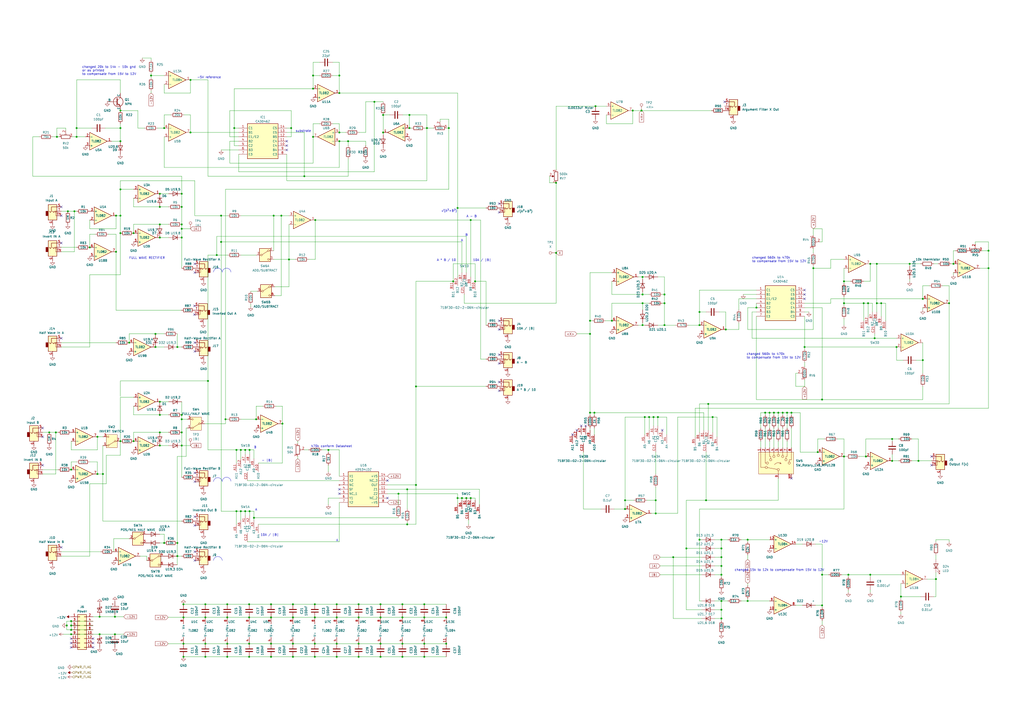
<source format=kicad_sch>
(kicad_sch (version 20230121) (generator eeschema)
  (paper "A2")
  (junction (at 139.7 296.545))
  (junction (at 169.926 381))
  (junction (at 376.555 241.935))
  (junction (at 119.126 373.38))
  (junction (at 157.226 381))
  (junction (at 532.765 267.335))
  (junction (at 144.78 296.545))
  (junction (at 220.726 381))
  (junction (at 476.885 231.775))
  (junction (at 502.285 264.795))
  (junction (at 367.03 64.135))
  (junction (at 131.826 350.52))
  (junction (at 380.365 290.195))
  (junction (at 182.88 127.635))
  (junction (at 527.685 153.035))
  (junction (at 105.41 240.665))
  (junction (at 52.07 143.51))
  (junction (at 130.81 243.205))
  (junction (at 374.015 241.935))
  (junction (at 270.51 288.925))
  (junction (at 233.426 358.14))
  (junction (at 139.7 260.985))
  (junction (at 413.385 241.935))
  (junction (at 56.515 253.365))
  (junction (at 110.49 76.835))
  (junction (at 157.226 373.38))
  (junction (at 56.515 274.955))
  (junction (at 102.87 322.58))
  (junction (at 246.126 373.38))
  (junction (at 237.49 74.295))
  (junction (at 381.635 241.935))
  (junction (at 501.015 175.895))
  (junction (at 246.126 358.14))
  (junction (at 131.826 381))
  (junction (at 275.59 163.195))
  (junction (at 28.575 250.825))
  (junction (at 67.31 125.095))
  (junction (at 448.945 239.395))
  (junction (at 195.326 373.38))
  (junction (at 167.64 150.495))
  (junction (at 476.885 351.155))
  (junction (at 459.105 239.395))
  (junction (at 220.726 373.38))
  (junction (at 144.526 373.38))
  (junction (at 105.41 130.175))
  (junction (at 39.37 122.555))
  (junction (at 471.805 155.575))
  (junction (at 105.41 258.445))
  (junction (at 267.97 288.925))
  (junction (at 106.426 381))
  (junction (at 208.026 373.38))
  (junction (at 92.71 130.175))
  (junction (at 106.426 350.52))
  (junction (at 237.49 66.675))
  (junction (at 418.465 358.775))
  (junction (at 573.405 145.415))
  (junction (at 195.326 350.52))
  (junction (at 372.745 175.895))
  (junction (at 443.865 239.395))
  (junction (at 217.17 59.055))
  (junction (at 158.75 125.095))
  (junction (at 69.85 64.135))
  (junction (at 508.635 175.895))
  (junction (at 233.426 373.38))
  (junction (at 504.825 153.035))
  (junction (at 362.585 290.195))
  (junction (at 273.05 127.635))
  (junction (at 137.16 296.545))
  (junction (at 105.41 250.825))
  (junction (at 322.58 106.045))
  (junction (at 535.305 173.355))
  (junction (at 106.426 358.14))
  (junction (at 372.11 64.135))
  (junction (at 246.126 381))
  (junction (at 41.275 272.415))
  (junction (at 511.175 175.895))
  (junction (at 148.59 243.205))
  (junction (at 92.71 250.825))
  (junction (at 102.87 314.96))
  (junction (at 119.126 381))
  (junction (at 246.126 350.52))
  (junction (at 41.275 362.839))
  (junction (at 258.826 373.38))
  (junction (at 342.265 239.395))
  (junction (at 222.25 76.835))
  (junction (at 142.24 296.545))
  (junction (at 520.065 201.295))
  (junction (at 137.16 260.985))
  (junction (at 405.765 180.975))
  (junction (at 135.89 74.295))
  (junction (at 489.585 163.195))
  (junction (at 181.61 51.435))
  (junction (at 69.85 109.855))
  (junction (at 262.89 163.195))
  (junction (at 476.885 333.375))
  (junction (at 201.93 81.915))
  (junction (at 41.275 367.919))
  (junction (at 265.43 288.925))
  (junction (at 550.545 175.895))
  (junction (at 241.3 281.305))
  (junction (at 385.445 170.815))
  (junction (at 222.25 66.675))
  (junction (at 92.71 120.015))
  (junction (at 32.385 250.825))
  (junction (at 41.275 365.379))
  (junction (at 144.78 260.985))
  (junction (at 535.305 208.915))
  (junction (at 508.635 153.035))
  (junction (at 182.626 358.14))
  (junction (at 190.5 260.985))
  (junction (at 418.465 318.135))
  (junction (at 260.35 74.295))
  (junction (at 144.526 381))
  (junction (at 142.24 260.985))
  (junction (at 492.125 333.375))
  (junction (at 385.445 188.595))
  (junction (at 241.3 224.155))
  (junction (at 405.765 313.055))
  (junction (at 438.785 178.435))
  (junction (at 418.465 328.295))
  (junction (at 236.22 304.165))
  (junction (at 208.026 350.52))
  (junction (at 92.71 137.795))
  (junction (at 380.365 297.815))
  (junction (at 273.05 288.925))
  (junction (at 454.025 239.395))
  (junction (at 385.445 175.895))
  (junction (at 390.525 323.215))
  (junction (at 90.17 201.295))
  (junction (at 220.726 350.52))
  (junction (at 57.785 357.759))
  (junction (at 466.725 201.295))
  (junction (at 69.85 81.915))
  (junction (at 182.626 373.38))
  (junction (at 69.85 135.255))
  (junction (at 372.745 188.595))
  (junction (at 57.785 367.919))
  (junction (at 95.25 74.295))
  (junction (at 66.675 357.759))
  (junction (at 119.126 358.14))
  (junction (at 157.226 358.14))
  (junction (at 322.58 146.685))
  (junction (at 92.71 240.665))
  (junction (at 446.405 239.395))
  (junction (at 542.925 335.915))
  (junction (at 77.47 135.255))
  (junction (at 168.91 74.295))
  (junction (at 489.585 175.895))
  (junction (at 169.926 358.14))
  (junction (at 507.365 196.215))
  (junction (at 196.85 76.835))
  (junction (at 182.626 350.52))
  (junction (at 33.02 79.375))
  (junction (at 433.705 313.055))
  (junction (at 119.126 350.52))
  (junction (at 69.85 125.095))
  (junction (at 41.275 360.299))
  (junction (at 87.63 43.815))
  (junction (at 418.465 333.375))
  (junction (at 195.326 381))
  (junction (at 95.25 314.96))
  (junction (at 106.426 373.38))
  (junction (at 196.85 81.915))
  (junction (at 181.61 43.815))
  (junction (at 196.85 43.815))
  (junction (at 43.18 122.555))
  (junction (at 144.526 350.52))
  (junction (at 128.27 140.335))
  (junction (at 362.585 295.275))
  (junction (at 59.69 274.955))
  (junction (at 74.93 198.755))
  (junction (at 157.226 350.52))
  (junction (at 196.85 53.975))
  (junction (at 418.465 348.615))
  (junction (at 342.265 193.675))
  (junction (at 131.826 373.38))
  (junction (at 163.83 245.745))
  (junction (at 92.71 112.395))
  (junction (at 169.926 350.52))
  (junction (at 147.32 300.355))
  (junction (at 77.47 255.905))
  (junction (at 182.626 381))
  (junction (at 372.745 160.655))
  (junction (at 105.41 132.715))
  (junction (at 405.765 188.595))
  (junction (at 233.426 381))
  (junction (at 409.575 290.195))
  (junction (at 517.525 254.635))
  (junction (at 44.45 74.295))
  (junction (at 247.65 74.295))
  (junction (at 489.585 264.795))
  (junction (at 410.845 234.315))
  (junction (at 92.71 258.445))
  (junction (at 102.87 201.295))
  (junction (at 105.41 112.395))
  (junction (at 163.195 125.095))
  (junction (at 220.726 358.14))
  (junction (at 573.405 155.575))
  (junction (at 131.826 358.14))
  (junction (at 44.45 79.375))
  (junction (at 379.095 241.935))
  (junction (at 195.326 358.14))
  (junction (at 208.026 381))
  (junction (at 451.485 239.395))
  (junction (at 258.826 358.14))
  (junction (at 105.41 243.205))
  (junction (at 354.965 186.055))
  (junction (at 69.85 74.295))
  (junction (at 344.805 239.395))
  (junction (at 105.41 137.795))
  (junction (at 517.525 267.335))
  (junction (at 418.465 323.215))
  (junction (at 38.735 362.839))
  (junction (at 474.345 262.255))
  (junction (at 433.705 348.615))
  (junction (at 128.27 125.095))
  (junction (at 66.675 367.919))
  (junction (at 233.426 350.52))
  (junction (at 553.085 153.035))
  (junction (at 418.465 353.695))
  (junction (at 421.005 191.135))
  (junction (at 181.61 79.375))
  (junction (at 265.43 120.65))
  (junction (at 418.465 313.055))
  (junction (at 522.605 346.075))
  (junction (at 504.825 333.375))
  (junction (at 231.14 286.385))
  (junction (at 120.65 220.98))
  (junction (at 110.49 46.355))
  (junction (at 342.265 186.055))
  (junction (at 144.526 358.14))
  (junction (at 92.71 233.045))
  (junction (at 208.026 358.14))
  (junction (at 236.22 283.845))
  (junction (at 398.145 318.135))
  (junction (at 90.17 193.675))
  (junction (at 176.53 102.235))
  (junction (at 169.926 373.38))
  (junction (at 125.73 147.955))
  (junction (at 67.31 146.05))
  (junction (at 372.745 170.815))
  (junction (at 69.85 255.905))
  (junction (at 105.41 120.015))
  (junction (at 503.555 175.895))
  (junction (at 456.565 239.395))
  (junction (at 345.44 61.595))
  (no_connect (at 466.725 173.355))
  (no_connect (at 35.56 140.97))
  (no_connect (at 196.85 283.845))
  (no_connect (at 289.56 118.11))
  (no_connect (at 24.765 269.875))
  (no_connect (at 289.56 205.74))
  (no_connect (at 113.03 320.04))
  (no_connect (at 289.56 191.135))
  (no_connect (at 540.385 269.875))
  (no_connect (at 113.03 198.755))
  (no_connect (at 540.385 264.795))
  (no_connect (at 35.56 317.5))
  (no_connect (at 459.105 277.495))
  (no_connect (at 41.275 370.459))
  (no_connect (at 24.765 248.285))
  (no_connect (at 53.975 375.539))
  (no_connect (at 113.03 299.72))
  (no_connect (at 289.56 123.19))
  (no_connect (at 196.85 286.385))
  (no_connect (at 166.37 81.915))
  (no_connect (at 224.79 278.765))
  (no_connect (at 337.185 247.015))
  (no_connect (at 24.765 253.365))
  (no_connect (at 332.105 252.095))
  (no_connect (at 113.03 279.4))
  (no_connect (at 289.56 226.695))
  (no_connect (at 289.56 221.615))
  (no_connect (at 420.37 59.055))
  (no_connect (at 112.776 182.499))
  (no_connect (at 112.776 177.419))
  (no_connect (at 113.03 325.12))
  (no_connect (at 35.56 196.215))
  (no_connect (at 35.56 120.015))
  (no_connect (at 41.275 375.539))
  (no_connect (at 334.645 249.555))
  (no_connect (at 53.975 372.999))
  (no_connect (at 384.175 249.555))
  (no_connect (at 166.37 84.455))
  (no_connect (at 166.37 86.995))
  (no_connect (at 41.275 372.999))
  (no_connect (at 113.03 158.115))
  (no_connect (at 53.975 370.459))
  (no_connect (at 289.56 210.82))
  (no_connect (at 113.03 274.32))
  (no_connect (at 289.56 186.055))
  (no_connect (at 224.79 288.925))
  (no_connect (at 113.03 203.835))
  (no_connect (at 466.725 170.815))
  (no_connect (at 113.03 304.8))
  (no_connect (at 466.725 168.275))
  (no_connect (at 339.725 247.015))
  (no_connect (at 35.56 125.095))
  (no_connect (at 113.03 153.035))
  (wire (pts (xy 374.015 241.935) (xy 374.015 252.095)))
  (wire (pts (xy 142.24 260.985) (xy 144.78 260.985)))
  (wire (pts (xy 44.45 74.295) (xy 44.45 46.355)))
  (wire (pts (xy 351.79 71.755) (xy 351.79 66.675)))
  (wire (pts (xy 489.585 163.195) (xy 489.585 164.465)))
  (wire (pts (xy 260.35 74.295) (xy 260.35 109.855)))
  (wire (pts (xy 44.45 267.97) (xy 41.275 267.97)))
  (wire (pts (xy 41.275 260.985) (xy 41.275 255.905)))
  (wire (pts (xy 208.026 358.14) (xy 220.726 358.14)))
  (wire (pts (xy 502.285 264.795) (xy 502.285 254.635)))
  (wire (pts (xy 393.065 297.815) (xy 393.065 241.935)))
  (wire (pts (xy 92.71 250.825) (xy 77.47 250.825)))
  (wire (pts (xy 322.58 146.685) (xy 322.58 175.895)))
  (wire (pts (xy 77.47 130.175) (xy 77.47 135.255)))
  (wire (pts (xy 61.595 264.16) (xy 69.85 264.16)))
  (wire (pts (xy 418.465 348.615) (xy 418.465 353.695)))
  (wire (pts (xy 481.965 175.895) (xy 481.965 173.355)))
  (wire (pts (xy 95.25 314.96) (xy 95.25 309.88)))
  (wire (pts (xy 382.905 333.375) (xy 407.035 333.375)))
  (wire (pts (xy 95.25 53.975) (xy 110.49 53.975)))
  (wire (pts (xy 414.655 333.375) (xy 418.465 333.375)))
  (wire (pts (xy 148.59 243.205) (xy 148.59 235.585)))
  (wire (pts (xy 466.725 224.155) (xy 466.725 220.345)))
  (wire (pts (xy 379.095 241.935) (xy 379.095 247.015)))
  (wire (pts (xy 19.05 79.375) (xy 22.86 79.375)))
  (wire (pts (xy 92.71 130.175) (xy 77.47 130.175)))
  (wire (pts (xy 476.885 178.435) (xy 476.885 231.775)))
  (wire (pts (xy 137.16 296.545) (xy 137.16 304.165)))
  (wire (pts (xy 405.765 180.975) (xy 409.575 180.975)))
  (wire (pts (xy 181.61 43.815) (xy 181.61 36.195)))
  (wire (pts (xy 489.585 184.785) (xy 489.585 188.595)))
  (wire (pts (xy 144.526 350.52) (xy 157.226 350.52)))
  (wire (pts (xy 135.89 51.435) (xy 181.61 51.435)))
  (wire (pts (xy 69.85 230.505) (xy 69.85 255.905)))
  (wire (pts (xy 43.18 122.555) (xy 43.18 146.05)))
  (wire (pts (xy 106.426 373.38) (xy 97.536 373.38)))
  (wire (pts (xy 105.41 258.445) (xy 105.41 276.86)))
  (wire (pts (xy 38.735 360.299) (xy 41.275 360.299)))
  (wire (pts (xy 269.24 170.815) (xy 269.24 175.895)))
  (wire (pts (xy 506.095 175.895) (xy 503.555 175.895)))
  (wire (pts (xy 398.145 318.135) (xy 398.145 353.695)))
  (wire (pts (xy 476.885 360.045) (xy 476.885 362.585)))
  (wire (pts (xy 415.925 253.365) (xy 415.925 241.935)))
  (wire (pts (xy 69.85 229.87) (xy 69.85 220.98)))
  (wire (pts (xy 105.41 132.715) (xy 110.49 132.715)))
  (wire (pts (xy 69.85 64.135) (xy 80.01 64.135)))
  (wire (pts (xy 573.405 140.335) (xy 573.405 145.415)))
  (wire (pts (xy 113.03 104.775) (xy 113.03 125.095)))
  (wire (pts (xy 57.785 367.919) (xy 66.675 367.919)))
  (wire (pts (xy 172.72 264.795) (xy 172.72 266.065)))
  (wire (pts (xy 105.156 179.959) (xy 67.31 179.959)))
  (wire (pts (xy 144.78 260.985) (xy 144.78 263.525)))
  (wire (pts (xy 405.765 295.275) (xy 489.585 295.275)))
  (wire (pts (xy 507.365 193.675) (xy 507.365 196.215)))
  (wire (pts (xy 354.965 175.895) (xy 354.965 186.055)))
  (wire (pts (xy 85.09 322.58) (xy 81.28 322.58)))
  (wire (pts (xy 43.18 122.555) (xy 44.45 122.555)))
  (wire (pts (xy 56.515 253.365) (xy 56.515 260.985)))
  (wire (pts (xy 133.35 64.135) (xy 168.91 64.135)))
  (wire (pts (xy 166.37 104.775) (xy 166.37 89.535)))
  (wire (pts (xy 418.465 353.695) (xy 418.465 358.775)))
  (wire (pts (xy 110.49 76.835) (xy 138.43 76.835)))
  (wire (pts (xy 61.595 264.16) (xy 61.595 280.67)))
  (wire (pts (xy 69.85 109.855) (xy 77.47 109.855)))
  (wire (pts (xy 367.03 64.135) (xy 367.03 71.755)))
  (wire (pts (xy 105.41 240.665) (xy 105.41 243.205)))
  (wire (pts (xy 138.43 74.295) (xy 135.89 74.295)))
  (wire (pts (xy 208.026 381) (xy 220.726 381)))
  (wire (pts (xy 236.22 283.845) (xy 278.13 283.845)))
  (wire (pts (xy 176.53 102.235) (xy 201.93 102.235)))
  (wire (pts (xy 405.765 188.595) (xy 405.765 180.975)))
  (wire (pts (xy 451.485 277.495) (xy 451.485 290.195)))
  (wire (pts (xy 182.626 358.14) (xy 195.326 358.14)))
  (wire (pts (xy 142.24 260.985) (xy 142.24 263.525)))
  (wire (pts (xy 269.24 175.895) (xy 322.58 175.895)))
  (wire (pts (xy 513.715 186.055) (xy 513.715 175.895)))
  (wire (pts (xy 107.95 248.285) (xy 108.585 248.285)))
  (wire (pts (xy 131.826 350.52) (xy 144.526 350.52)))
  (wire (pts (xy 169.926 373.38) (xy 182.626 373.38)))
  (wire (pts (xy 145.415 176.53) (xy 145.415 177.8)))
  (wire (pts (xy 489.585 175.895) (xy 501.015 175.895)))
  (wire (pts (xy 44.45 46.355) (xy 69.85 46.355)))
  (wire (pts (xy 119.126 373.38) (xy 131.826 373.38)))
  (wire (pts (xy 110.49 53.975) (xy 110.49 46.355)))
  (wire (pts (xy 476.885 351.155) (xy 476.885 352.425)))
  (wire (pts (xy 158.75 125.095) (xy 158.75 145.415)))
  (wire (pts (xy 372.745 188.595) (xy 374.015 188.595)))
  (wire (pts (xy 448.945 239.395) (xy 451.485 239.395)))
  (wire (pts (xy 270.51 288.925) (xy 273.05 288.925)))
  (wire (pts (xy 501.015 175.895) (xy 501.015 186.055)))
  (wire (pts (xy 41.275 365.379) (xy 53.975 365.379)))
  (wire (pts (xy 119.126 358.14) (xy 131.826 358.14)))
  (wire (pts (xy 193.04 71.755) (xy 196.85 71.755)))
  (wire (pts (xy 367.03 64.135) (xy 372.11 64.135)))
  (wire (pts (xy 131.826 358.14) (xy 144.526 358.14)))
  (wire (pts (xy 182.88 127.635) (xy 182.88 150.495)))
  (wire (pts (xy 438.785 183.515) (xy 438.785 231.775)))
  (wire (pts (xy 466.725 210.185) (xy 466.725 212.725)))
  (wire (pts (xy 565.785 140.335) (xy 573.405 140.335)))
  (wire (pts (xy 508.635 153.035) (xy 527.685 153.035)))
  (wire (pts (xy 135.89 84.455) (xy 138.43 84.455)))
  (wire (pts (xy 158.75 150.495) (xy 167.64 150.495)))
  (wire (pts (xy 393.065 241.935) (xy 413.385 241.935)))
  (wire (pts (xy 405.765 168.275) (xy 438.785 168.275)))
  (wire (pts (xy 418.465 348.615) (xy 422.275 348.615)))
  (wire (pts (xy 492.125 342.265) (xy 492.125 343.535)))
  (wire (pts (xy 128.27 86.995) (xy 138.43 86.995)))
  (wire (pts (xy 87.63 43.815) (xy 87.63 45.085)))
  (wire (pts (xy 553.085 158.115) (xy 553.085 159.385)))
  (wire (pts (xy 176.53 76.835) (xy 176.53 102.235)))
  (wire (pts (xy 443.865 239.395) (xy 443.865 240.665)))
  (wire (pts (xy 362.585 295.275) (xy 356.235 295.275)))
  (wire (pts (xy 181.61 71.755) (xy 185.42 71.755)))
  (wire (pts (xy 87.63 42.545) (xy 87.63 43.815)))
  (wire (pts (xy 32.385 250.825) (xy 33.655 250.825)))
  (wire (pts (xy 385.445 175.895) (xy 385.445 188.595)))
  (wire (pts (xy 466.725 178.435) (xy 476.885 178.435)))
  (wire (pts (xy 33.02 74.295) (xy 38.1 74.295)))
  (wire (pts (xy 120.65 102.235) (xy 176.53 102.235)))
  (wire (pts (xy 105.41 132.715) (xy 105.41 137.795)))
  (wire (pts (xy 322.58 146.685) (xy 322.58 106.045)))
  (wire (pts (xy 410.845 234.315) (xy 410.845 249.555)))
  (wire (pts (xy 160.02 235.585) (xy 163.83 235.585)))
  (wire (pts (xy 405.765 313.055) (xy 405.765 348.615)))
  (wire (pts (xy 92.71 258.445) (xy 97.79 258.445)))
  (wire (pts (xy 92.71 137.795) (xy 97.79 137.795)))
  (wire (pts (xy 195.326 350.52) (xy 208.026 350.52)))
  (wire (pts (xy 438.785 175.895) (xy 438.785 178.435)))
  (wire (pts (xy 542.925 332.105) (xy 542.925 335.915)))
  (wire (pts (xy 130.81 243.205) (xy 130.81 245.745)))
  (wire (pts (xy 66.675 357.759) (xy 71.755 357.759)))
  (wire (pts (xy 418.465 333.375) (xy 418.465 334.645)))
  (wire (pts (xy 92.71 240.665) (xy 97.79 240.665)))
  (wire (pts (xy 542.925 313.055) (xy 542.925 314.325)))
  (wire (pts (xy 342.265 158.115) (xy 354.965 158.115)))
  (wire (pts (xy 362.585 290.195) (xy 367.665 290.195)))
  (wire (pts (xy 372.745 175.895) (xy 376.555 175.895)))
  (wire (pts (xy 344.805 239.395) (xy 408.305 239.395)))
  (wire (pts (xy 57.785 357.759) (xy 66.675 357.759)))
  (wire (pts (xy 163.83 235.585) (xy 163.83 245.745)))
  (wire (pts (xy 506.095 180.975) (xy 506.095 175.895)))
  (wire (pts (xy 408.305 239.395) (xy 408.305 249.555)))
  (wire (pts (xy 105.791 350.52) (xy 106.426 350.52)))
  (wire (pts (xy 255.27 69.215) (xy 260.35 69.215)))
  (wire (pts (xy 370.205 188.595) (xy 372.745 188.595)))
  (wire (pts (xy 504.825 333.375) (xy 522.605 333.375)))
  (wire (pts (xy 498.475 264.795) (xy 502.285 264.795)))
  (wire (pts (xy 105.41 120.015) (xy 105.41 130.175)))
  (wire (pts (xy 66.675 356.489) (xy 66.675 357.759)))
  (wire (pts (xy 168.91 64.135) (xy 168.91 74.295)))
  (wire (pts (xy 322.58 61.595) (xy 345.44 61.595)))
  (wire (pts (xy 130.81 109.855) (xy 130.81 243.205)))
  (wire (pts (xy 59.69 302.26) (xy 105.41 302.26)))
  (wire (pts (xy 476.885 132.715) (xy 476.885 140.335)))
  (wire (pts (xy 163.83 268.605) (xy 149.86 268.605)))
  (wire (pts (xy 414.655 313.055) (xy 418.465 313.055)))
  (wire (pts (xy 67.31 125.095) (xy 69.85 125.095)))
  (wire (pts (xy 546.735 165.735) (xy 550.545 165.735)))
  (wire (pts (xy 405.765 348.615) (xy 407.035 348.615)))
  (wire (pts (xy 224.79 286.385) (xy 231.14 286.385)))
  (wire (pts (xy 208.28 76.835) (xy 212.09 76.835)))
  (wire (pts (xy 106.426 350.52) (xy 119.126 350.52)))
  (wire (pts (xy 56.515 260.985) (xy 41.275 260.985)))
  (wire (pts (xy 159.385 171.45) (xy 163.195 171.45)))
  (wire (pts (xy 105.41 243.205) (xy 108.585 243.205)))
  (wire (pts (xy 135.89 51.435) (xy 135.89 74.295)))
  (wire (pts (xy 148.59 235.585) (xy 152.4 235.585)))
  (wire (pts (xy 35.56 201.295) (xy 52.07 201.295)))
  (wire (pts (xy 520.065 208.915) (xy 523.875 208.915)))
  (wire (pts (xy 85.09 325.12) (xy 85.09 322.58)))
  (wire (pts (xy 535.305 224.155) (xy 535.305 231.775)))
  (wire (pts (xy 168.91 74.295) (xy 166.37 74.295)))
  (wire (pts (xy 418.465 333.375) (xy 418.465 328.295)))
  (wire (pts (xy 278.13 283.845) (xy 278.13 292.735)))
  (wire (pts (xy 87.63 33.655) (xy 87.63 34.925)))
  (wire (pts (xy 139.7 243.205) (xy 148.59 243.205)))
  (wire (pts (xy 158.75 125.095) (xy 163.195 125.095)))
  (wire (pts (xy 436.245 196.215) (xy 436.245 180.975)))
  (wire (pts (xy 464.185 239.395) (xy 464.185 262.255)))
  (wire (pts (xy 431.165 170.815) (xy 438.785 170.815)))
  (wire (pts (xy 186.69 260.985) (xy 190.5 260.985)))
  (wire (pts (xy 451.485 259.715) (xy 451.485 255.905)))
  (wire (pts (xy 459.105 240.665) (xy 459.105 239.395)))
  (wire (pts (xy 418.465 358.775) (xy 418.465 360.045)))
  (wire (pts (xy 41.275 367.919) (xy 53.34 367.919)))
  (wire (pts (xy 527.685 153.035) (xy 534.035 153.035)))
  (wire (pts (xy 535.305 208.915) (xy 535.305 216.535)))
  (wire (pts (xy 92.71 240.665) (xy 77.47 240.665)))
  (wire (pts (xy 102.87 322.58) (xy 105.41 322.58)))
  (wire (pts (xy 448.945 239.395) (xy 446.405 239.395)))
  (wire (pts (xy 376.555 241.935) (xy 379.095 241.935)))
  (wire (pts (xy 489.585 175.895) (xy 489.585 177.165)))
  (wire (pts (xy 511.175 175.895) (xy 508.635 175.895)))
  (wire (pts (xy 169.926 381) (xy 182.626 381)))
  (wire (pts (xy 69.85 46.355) (xy 69.85 53.975)))
  (wire (pts (xy 267.97 288.925) (xy 267.97 290.195)))
  (wire (pts (xy 41.275 267.97) (xy 41.275 272.415)))
  (wire (pts (xy 69.85 230.505) (xy 77.47 230.505)))
  (wire (pts (xy 168.91 79.375) (xy 168.91 74.295)))
  (wire (pts (xy 119.126 350.52) (xy 131.826 350.52)))
  (wire (pts (xy 380.365 282.575) (xy 380.365 290.195)))
  (wire (pts (xy 438.785 231.775) (xy 476.885 231.775)))
  (wire (pts (xy 107.95 264.795) (xy 102.87 264.795)))
  (wire (pts (xy 131.826 373.38) (xy 144.526 373.38)))
  (wire (pts (xy 265.43 288.925) (xy 267.97 288.925)))
  (wire (pts (xy 438.785 178.435) (xy 433.705 178.435)))
  (wire (pts (xy 504.825 333.375) (xy 504.825 334.645)))
  (wire (pts (xy 415.925 241.935) (xy 413.385 241.935)))
  (wire (pts (xy 542.925 321.945) (xy 542.925 324.485)))
  (wire (pts (xy 113.03 125.095) (xy 128.27 125.095)))
  (wire (pts (xy 208.026 350.52) (xy 220.726 350.52)))
  (wire (pts (xy 535.305 178.435) (xy 535.305 179.705)))
  (wire (pts (xy 241.3 163.195) (xy 241.3 224.155)))
  (wire (pts (xy 265.43 120.65) (xy 281.94 120.65)))
  (wire (pts (xy 106.426 358.14) (xy 119.126 358.14)))
  (wire (pts (xy 53.975 357.759) (xy 57.785 357.759)))
  (wire (pts (xy 403.225 236.855) (xy 573.405 236.855)))
  (wire (pts (xy 456.565 248.285) (xy 456.565 239.395)))
  (wire (pts (xy 372.745 169.545) (xy 372.745 170.815)))
  (wire (pts (xy 527.685 161.925) (xy 527.685 163.195)))
  (wire (pts (xy 262.89 163.195) (xy 262.89 153.035)))
  (wire (pts (xy 342.265 186.055) (xy 342.265 193.675)))
  (wire (pts (xy 176.53 260.985) (xy 179.07 260.985)))
  (wire (pts (xy 379.095 241.935) (xy 381.635 241.935)))
  (wire (pts (xy 56.515 253.365) (xy 59.69 253.365)))
  (wire (pts (xy 476.885 333.375) (xy 476.885 351.155)))
  (wire (pts (xy 528.955 254.635) (xy 532.765 254.635)))
  (wire (pts (xy 517.525 254.635) (xy 521.335 254.635)))
  (wire (pts (xy 35.56 143.51) (xy 44.45 143.51)))
  (wire (pts (xy 384.175 175.895) (xy 385.445 175.895)))
  (wire (pts (xy 485.775 254.635) (xy 489.585 254.635)))
  (wire (pts (xy 190.5 288.925) (xy 190.5 292.735)))
  (wire (pts (xy 573.405 155.575) (xy 568.325 155.575)))
  (wire (pts (xy 246.126 358.14) (xy 258.826 358.14)))
  (wire (pts (xy 87.63 33.655) (xy 82.55 33.655)))
  (wire (pts (xy 201.93 92.075) (xy 201.93 102.235)))
  (wire (pts (xy 196.85 291.465) (xy 196.85 314.325)))
  (wire (pts (xy 69.85 135.255) (xy 69.85 159.385)))
  (wire (pts (xy 454.025 240.665) (xy 454.025 239.395)))
  (wire (pts (xy 133.35 94.615) (xy 181.61 94.615)))
  (wire (pts (xy 273.05 127.635) (xy 273.05 160.655)))
  (wire (pts (xy 441.325 255.905) (xy 441.325 259.715)))
  (wire (pts (xy 182.88 127.635) (xy 273.05 127.635)))
  (wire (pts (xy 399.415 188.595) (xy 405.765 188.595)))
  (wire (pts (xy 167.64 150.495) (xy 171.45 150.495)))
  (wire (pts (xy 172.72 255.905) (xy 172.72 257.175)))
  (wire (pts (xy 166.37 76.835) (xy 176.53 76.835)))
  (wire (pts (xy 550.545 234.315) (xy 410.845 234.315)))
  (wire (pts (xy 522.605 354.965) (xy 522.605 356.235)))
  (wire (pts (xy 217.17 59.055) (xy 222.25 59.055)))
  (wire (pts (xy 489.585 254.635) (xy 489.585 264.795)))
  (wire (pts (xy 403.225 236.855) (xy 403.225 253.365)))
  (wire (pts (xy 459.105 239.395) (xy 456.565 239.395)))
  (wire (pts (xy 466.725 183.515) (xy 466.725 201.295)))
  (wire (pts (xy 102.87 322.58) (xy 102.87 327.66)))
  (wire (pts (xy 370.205 160.655) (xy 372.745 160.655)))
  (wire (pts (xy 418.465 318.135) (xy 418.465 323.215)))
  (wire (pts (xy 344.805 239.395) (xy 342.265 239.395)))
  (wire (pts (xy 120.65 260.985) (xy 137.16 260.985)))
  (wire (pts (xy 405.765 180.975) (xy 405.765 168.275)))
  (wire (pts (xy 550.545 165.735) (xy 550.545 175.895)))
  (wire (pts (xy 80.01 64.135) (xy 80.01 74.295)))
  (wire (pts (xy 24.765 250.825) (xy 28.575 250.825)))
  (wire (pts (xy 231.14 286.385) (xy 265.43 286.385)))
  (wire (pts (xy 565.785 140.335) (xy 565.785 141.605)))
  (wire (pts (xy 553.085 153.035) (xy 553.085 145.415)))
  (wire (pts (xy 133.35 79.375) (xy 133.35 64.135)))
  (wire (pts (xy 405.765 313.055) (xy 405.765 295.275)))
  (wire (pts (xy 163.195 125.095) (xy 167.64 125.095)))
  (wire (pts (xy 105.41 112.395) (xy 105.41 120.015)))
  (wire (pts (xy 181.61 36.195) (xy 185.42 36.195)))
  (wire (pts (xy 33.02 79.375) (xy 33.02 74.295)))
  (wire (pts (xy 182.626 373.38) (xy 195.326 373.38)))
  (wire (pts (xy 38.735 360.299) (xy 38.735 362.839)))
  (wire (pts (xy 265.43 120.65) (xy 265.43 160.655)))
  (wire (pts (xy 550.545 175.895) (xy 550.545 234.315)))
  (wire (pts (xy 241.3 224.155) (xy 241.3 281.305)))
  (wire (pts (xy 92.71 314.96) (xy 95.25 314.96)))
  (wire (pts (xy 537.845 335.915) (xy 542.925 335.915)))
  (wire (pts (xy 32.385 250.825) (xy 32.385 274.955)))
  (wire (pts (xy 344.805 248.285) (xy 344.805 252.095)))
  (wire (pts (xy 246.38 74.295) (xy 247.65 74.295)))
  (wire (pts (xy 542.925 313.055) (xy 550.545 313.055)))
  (wire (pts (xy 385.445 170.815) (xy 385.445 175.895)))
  (wire (pts (xy 69.85 104.775) (xy 113.03 104.775)))
  (wire (pts (xy 80.01 74.295) (xy 83.82 74.295)))
  (wire (pts (xy 139.7 147.955) (xy 148.59 147.955)))
  (wire (pts (xy 466.725 175.895) (xy 481.965 175.895)))
  (wire (pts (xy 372.745 170.815) (xy 376.555 170.815)))
  (wire (pts (xy 69.85 255.905) (xy 69.85 264.16)))
  (wire (pts (xy 380.365 290.195) (xy 380.365 297.815)))
  (wire (pts (xy 102.87 193.675) (xy 102.87 201.295)))
  (wire (pts (xy 181.61 51.435) (xy 181.61 43.815)))
  (wire (pts (xy 190.5 260.985) (xy 196.85 260.985)))
  (wire (pts (xy 418.465 313.055) (xy 418.465 318.135)))
  (wire (pts (xy 476.885 315.595) (xy 476.885 333.375)))
  (wire (pts (xy 481.965 150.495) (xy 489.585 150.495)))
  (wire (pts (xy 35.56 322.58) (xy 52.07 322.58)))
  (wire (pts (xy 398.145 290.195) (xy 398.145 318.135)))
  (wire (pts (xy 39.37 122.555) (xy 43.18 122.555)))
  (wire (pts (xy 41.275 362.839) (xy 41.275 365.379)))
  (wire (pts (xy 35.56 122.555) (xy 39.37 122.555)))
  (wire (pts (xy 44.45 74.295) (xy 53.34 74.295)))
  (wire (pts (xy 398.145 318.135) (xy 407.035 318.135)))
  (wire (pts (xy 163.83 245.745) (xy 163.83 268.605)))
  (wire (pts (xy 521.335 267.335) (xy 517.525 267.335)))
  (wire (pts (xy 120.65 46.355) (xy 120.65 102.235)))
  (wire (pts (xy 217.17 59.055) (xy 217.17 99.695)))
  (wire (pts (xy 247.65 104.775) (xy 166.37 104.775)))
  (wire (pts (xy 414.655 328.295) (xy 418.465 328.295)))
  (wire (pts (xy 504.825 153.035) (xy 508.635 153.035)))
  (wire (pts (xy 92.71 130.175) (xy 97.79 130.175)))
  (wire (pts (xy 87.63 43.815) (xy 95.25 43.815)))
  (wire (pts (xy 501.015 175.895) (xy 503.555 175.895)))
  (wire (pts (xy 511.175 175.895) (xy 511.175 183.515)))
  (wire (pts (xy 236.22 304.165) (xy 241.3 304.165)))
  (wire (pts (xy 247.65 74.295) (xy 247.65 104.775)))
  (wire (pts (xy 550.545 313.055) (xy 550.545 314.325)))
  (wire (pts (xy 38.735 365.379) (xy 41.275 365.379)))
  (wire (pts (xy 265.43 288.925) (xy 265.43 292.735)))
  (wire (pts (xy 541.655 346.075) (xy 542.925 346.075)))
  (wire (pts (xy 492.125 333.375) (xy 492.125 334.645)))
  (wire (pts (xy 247.65 74.295) (xy 251.46 74.295)))
  (wire (pts (xy 167.64 130.175) (xy 167.64 150.495)))
  (wire (pts (xy 246.126 373.38) (xy 258.826 373.38)))
  (wire (pts (xy 488.315 333.375) (xy 492.125 333.375)))
  (wire (pts (xy 384.175 170.815) (xy 385.445 170.815)))
  (wire (pts (xy 342.265 193.675) (xy 334.645 193.675)))
  (wire (pts (xy 236.22 283.845) (xy 236.22 295.275)))
  (wire (pts (xy 380.365 262.255) (xy 380.365 274.955)))
  (wire (pts (xy 372.745 175.895) (xy 354.965 175.895)))
  (wire (pts (xy 385.445 160.655) (xy 385.445 170.815)))
  (wire (pts (xy 278.765 127.635) (xy 278.765 208.28)))
  (wire (pts (xy 179.07 150.495) (xy 182.88 150.495)))
  (wire (pts (xy 390.525 323.215) (xy 390.525 358.775)))
  (wire (pts (xy 87.63 52.705) (xy 87.63 53.975)))
  (wire (pts (xy 241.3 163.195) (xy 262.89 163.195)))
  (wire (pts (xy 271.78 301.625) (xy 271.78 304.165)))
  (wire (pts (xy 66.675 367.919) (xy 71.755 367.919)))
  (wire (pts (xy 438.785 173.355) (xy 428.625 173.355)))
  (wire (pts (xy 59.69 258.445) (xy 59.69 274.955)))
  (wire (pts (xy 95.25 66.675) (xy 99.06 66.675)))
  (wire (pts (xy 41.91 79.375) (xy 44.45 79.375)))
  (wire (pts (xy 489.585 155.575) (xy 489.585 163.195)))
  (wire (pts (xy 354.965 170.815) (xy 372.745 170.815)))
  (wire (pts (xy 196.85 260.985) (xy 196.85 276.225)))
  (wire (pts (xy 433.705 348.615) (xy 446.405 348.615)))
  (wire (pts (xy 105.41 243.205) (xy 105.41 250.825)))
  (wire (pts (xy 208.026 373.38) (xy 220.726 373.38)))
  (wire (pts (xy 241.3 224.155) (xy 281.94 224.155)))
  (wire (pts (xy 36.83 367.919) (xy 41.275 367.919)))
  (wire (pts (xy 107.95 248.285) (xy 107.95 264.795)))
  (wire (pts (xy 471.805 155.575) (xy 471.805 191.135)))
  (wire (pts (xy 138.43 79.375) (xy 133.35 79.375)))
  (wire (pts (xy 474.345 254.635) (xy 478.155 254.635)))
  (wire (pts (xy 489.585 264.795) (xy 489.585 295.275)))
  (wire (pts (xy 196.85 43.815) (xy 196.85 53.975)))
  (wire (pts (xy 342.265 186.055) (xy 342.265 158.115)))
  (wire (pts (xy 201.93 81.915) (xy 201.93 84.455)))
  (wire (pts (xy 90.17 193.675) (xy 74.93 193.675)))
  (wire (pts (xy 190.5 288.925) (xy 196.85 288.925)))
  (wire (pts (xy 433.705 313.055) (xy 433.705 314.325)))
  (wire (pts (xy 569.595 145.415) (xy 573.405 145.415)))
  (wire (pts (xy 35.56 198.755) (xy 67.31 198.755)))
  (wire (pts (xy 573.405 145.415) (xy 573.405 155.575)))
  (wire (pts (xy 489.585 163.195) (xy 493.395 163.195)))
  (wire (pts (xy 190.5 260.985) (xy 190.5 262.255)))
  (wire (pts (xy 390.525 323.215) (xy 407.035 323.215)))
  (wire (pts (xy 454.025 239.395) (xy 451.485 239.395)))
  (wire (pts (xy 522.605 346.075) (xy 534.035 346.075)))
  (wire (pts (xy 212.09 59.055) (xy 212.09 76.835)))
  (wire (pts (xy 74.93 193.675) (xy 74.93 198.755)))
  (wire (pts (xy 52.07 280.67) (xy 52.07 322.58)))
  (wire (pts (xy 224.79 283.845) (xy 236.22 283.845)))
  (wire (pts (xy 414.655 353.695) (xy 418.465 353.695)))
  (wire (pts (xy 535.305 173.355) (xy 535.305 165.735)))
  (wire (pts (xy 44.45 79.375) (xy 49.53 79.375)))
  (wire (pts (xy 166.37 79.375) (xy 168.91 79.375)))
  (wire (pts (xy 237.49 74.295) (xy 237.49 66.675)))
  (wire (pts (xy 92.71 120.015) (xy 97.79 120.015)))
  (wire (pts (xy 38.735 362.839) (xy 38.735 365.379)))
  (wire (pts (xy 275.59 163.195) (xy 281.94 163.195)))
  (wire (pts (xy 246.126 350.52) (xy 258.826 350.52)))
  (wire (pts (xy 471.805 144.145) (xy 471.805 146.685)))
  (wire (pts (xy 220.726 381) (xy 233.426 381)))
  (wire (pts (xy 110.49 66.675) (xy 110.49 76.835)))
  (wire (pts (xy 273.05 127.635) (xy 278.765 127.635)))
  (wire (pts (xy 38.1 74.295) (xy 38.1 75.565)))
  (wire (pts (xy 372.745 188.595) (xy 372.745 187.325)))
  (wire (pts (xy 181.61 94.615) (xy 181.61 79.375)))
  (wire (pts (xy 52.07 280.67) (xy 61.595 280.67)))
  (wire (pts (xy 195.326 373.38) (xy 208.026 373.38)))
  (wire (pts (xy 338.455 295.275) (xy 348.615 295.275)))
  (wire (pts (xy 196.85 53.975) (xy 265.43 53.975)))
  (wire (pts (xy 182.626 381) (xy 195.326 381)))
  (wire (pts (xy 375.285 290.195) (xy 380.365 290.195)))
  (wire (pts (xy 19.05 102.235) (xy 19.05 79.375)))
  (wire (pts (xy 24.765 272.415) (xy 33.655 272.415)))
  (wire (pts (xy 433.705 338.455) (xy 433.705 339.725)))
  (wire (pts (xy 344.805 240.665) (xy 344.805 239.395)))
  (wire (pts (xy 120.65 147.955) (xy 125.73 147.955)))
  (wire (pts (xy 106.426 381) (xy 119.126 381)))
  (wire (pts (xy 144.526 381) (xy 157.226 381)))
  (wire (pts (xy 476.885 231.775) (xy 535.305 231.775)))
  (wire (pts (xy 473.075 315.595) (xy 476.885 315.595)))
  (wire (pts (xy 233.426 373.38) (xy 246.126 373.38)))
  (wire (pts (xy 144.78 260.985) (xy 147.32 260.985)))
  (wire (pts (xy 137.16 260.985) (xy 139.7 260.985)))
  (wire (pts (xy 55.245 135.89) (xy 52.07 135.89)))
  (wire (pts (xy 381.635 160.655) (xy 385.445 160.655)))
  (wire (pts (xy 517.525 263.525) (xy 517.525 267.335)))
  (wire (pts (xy 120.65 220.98) (xy 120.65 260.985)))
  (wire (pts (xy 414.655 323.215) (xy 418.465 323.215)))
  (wire (pts (xy 157.226 350.52) (xy 169.926 350.52)))
  (wire (pts (xy 196.85 36.195) (xy 196.85 43.815)))
  (wire (pts (xy 532.765 267.335) (xy 528.955 267.335)))
  (wire (pts (xy 507.365 196.215) (xy 520.065 196.215)))
  (wire (pts (xy 106.68 66.675) (xy 110.49 66.675)))
  (wire (pts (xy 428.625 173.355) (xy 428.625 179.705)))
  (wire (pts (xy 522.605 338.455) (xy 522.605 346.075)))
  (wire (pts (xy 139.7 260.985) (xy 139.7 266.065)))
  (wire (pts (xy 77.47 114.935) (xy 77.47 120.015)))
  (wire (pts (xy 459.105 259.715) (xy 459.105 248.285)))
  (wire (pts (xy 196.85 97.155) (xy 196.85 81.915)))
  (wire (pts (xy 56.515 267.97) (xy 56.515 274.955)))
  (wire (pts (xy 466.725 201.295) (xy 466.725 202.565)))
  (wire (pts (xy 381.635 241.935) (xy 386.715 241.935)))
  (wire (pts (xy 52.07 132.715) (xy 52.07 127.635)))
  (wire (pts (xy 105.41 250.825) (xy 105.41 258.445)))
  (wire (pts (xy 52.07 135.89) (xy 52.07 143.51)))
  (wire (pts (xy 322.58 61.595) (xy 322.58 98.425)))
  (wire (pts (xy 464.185 262.255) (xy 474.345 262.255)))
  (wire (pts (xy 386.715 241.935) (xy 386.715 252.095)))
  (wire (pts (xy 421.005 180.975) (xy 421.005 191.135)))
  (wire (pts (xy 573.405 155.575) (xy 573.405 236.855)))
  (wire (pts (xy 130.81 243.205) (xy 132.08 243.205)))
  (wire (pts (xy 69.85 109.855) (xy 69.85 125.095)))
  (wire (pts (xy 90.17 201.295) (xy 95.25 201.295)))
  (wire (pts (xy 551.815 153.035) (xy 553.085 153.035)))
  (wire (pts (xy 95.25 97.155) (xy 196.85 97.155)))
  (wire (pts (xy 456.565 259.715) (xy 456.565 255.905)))
  (wire (pts (xy 454.025 259.715) (xy 454.025 248.285)))
  (wire (pts (xy 398.145 290.195) (xy 409.575 290.195)))
  (wire (pts (xy 380.365 297.815) (xy 377.825 297.815)))
  (wire (pts (xy 433.705 347.345) (xy 433.705 348.615)))
  (wire (pts (xy 414.655 318.135) (xy 418.465 318.135)))
  (wire (pts (xy 222.25 76.835) (xy 222.25 78.105)))
  (wire (pts (xy 102.87 314.96) (xy 102.87 322.58)))
  (wire (pts (xy 417.195 180.975) (xy 421.005 180.975)))
  (wire (pts (xy 41.275 360.299) (xy 53.975 360.299)))
  (wire (pts (xy 220.726 358.14) (xy 233.426 358.14)))
  (wire (pts (xy 270.51 137.16) (xy 270.51 158.115)))
  (wire (pts (xy 541.655 153.035) (xy 544.195 153.035)))
  (wire (pts (xy 30.48 79.375) (xy 33.02 79.375)))
  (wire (pts (xy 489.585 264.795) (xy 490.855 264.795)))
  (wire (pts (xy 97.536 358.14) (xy 106.426 358.14)))
  (wire (pts (xy 125.73 137.16) (xy 125.73 147.955)))
  (wire (pts (xy 157.226 358.14) (xy 169.926 358.14)))
  (wire (pts (xy 318.77 106.045) (xy 322.58 106.045)))
  (wire (pts (xy 362.585 241.935) (xy 362.585 290.195)))
  (wire (pts (xy 502.285 254.635) (xy 517.525 254.635)))
  (wire (pts (xy 220.726 380.365) (xy 220.726 381)))
  (wire (pts (xy 414.655 348.615) (xy 418.465 348.615)))
  (wire (pts (xy 260.35 109.855) (xy 130.81 109.855)))
  (wire (pts (xy 233.68 66.675) (xy 237.49 66.675)))
  (wire (pts (xy 69.85 220.98) (xy 120.65 220.98)))
  (wire (pts (xy 33.02 79.375) (xy 34.29 79.375)))
  (wire (pts (xy 19.05 102.235) (xy 105.41 102.235)))
  (wire (pts (xy 110.49 46.355) (xy 120.65 46.355)))
  (wire (pts (xy 92.71 250.825) (xy 97.79 250.825)))
  (wire (pts (xy 372.745 179.705) (xy 372.745 175.895)))
  (wire (pts (xy 318.77 102.235) (xy 318.77 106.045)))
  (wire (pts (xy 102.87 264.795) (xy 102.87 314.96)))
  (wire (pts (xy 531.495 208.915) (xy 535.305 208.915)))
  (wire (pts (xy 428.625 187.325) (xy 428.625 191.135)))
  (wire (pts (xy 138.43 99.695) (xy 217.17 99.695)))
  (wire (pts (xy 262.89 153.035) (xy 275.59 153.035)))
  (wire (pts (xy 443.865 248.285) (xy 443.865 259.715)))
  (wire (pts (xy 119.126 381) (xy 131.826 381)))
  (wire (pts (xy 67.31 125.095) (xy 67.31 132.715)))
  (wire (pts (xy 131.826 381) (xy 144.526 381)))
  (wire (pts (xy 362.585 241.935) (xy 374.015 241.935)))
  (wire (pts (xy 433.705 191.135) (xy 471.805 191.135)))
  (wire (pts (xy 342.265 186.055) (xy 343.535 186.055)))
  (wire (pts (xy 95.25 79.375) (xy 95.25 97.155)))
  (wire (pts (xy 237.49 74.295) (xy 238.76 74.295)))
  (wire (pts (xy 147.32 260.985) (xy 147.32 266.065)))
  (wire (pts (xy 362.585 290.195) (xy 362.585 295.275)))
  (wire (pts (xy 372.11 64.135) (xy 412.75 64.135)))
  (wire (pts (xy 471.805 155.575) (xy 481.965 155.575)))
  (wire (pts (xy 390.525 358.775) (xy 407.035 358.775)))
  (wire (pts (xy 144.78 296.545) (xy 144.78 299.085)))
  (wire (pts (xy 246.126 381) (xy 258.826 381)))
  (wire (pts (xy 195.326 381) (xy 208.026 381)))
  (wire (pts (xy 451.485 248.285) (xy 451.485 239.395)))
  (wire (pts (xy 381.635 241.935) (xy 381.635 247.015)))
  (wire (pts (xy 102.87 201.295) (xy 105.41 201.295)))
  (wire (pts (xy 59.69 274.955) (xy 56.515 274.955)))
  (wire (pts (xy 503.555 183.515) (xy 503.555 175.895)))
  (wire (pts (xy 436.245 180.975) (xy 438.785 180.975)))
  (wire (pts (xy 354.965 163.195) (xy 354.965 170.815)))
  (wire (pts (xy 475.615 140.335) (xy 476.885 140.335)))
  (wire (pts (xy 409.575 290.195) (xy 451.485 290.195)))
  (wire (pts (xy 90.17 193.675) (xy 95.25 193.675)))
  (wire (pts (xy 105.41 258.445) (xy 110.49 258.445)))
  (wire (pts (xy 67.31 146.05) (xy 67.31 179.959)))
  (wire (pts (xy 125.73 147.955) (xy 132.08 147.955)))
  (wire (pts (xy 471.805 132.715) (xy 476.885 132.715)))
  (wire (pts (xy 193.04 43.815) (xy 196.85 43.815)))
  (wire (pts (xy 69.85 81.915) (xy 69.85 74.295)))
  (wire (pts (xy 414.655 358.775) (xy 418.465 358.775)))
  (wire (pts (xy 247.65 66.675) (xy 247.65 74.295)))
  (wire (pts (xy 142.24 296.545) (xy 142.24 299.085)))
  (wire (pts (xy 105.41 130.175) (xy 105.41 132.715)))
  (wire (pts (xy 53.975 367.919) (xy 57.785 367.919)))
  (wire (pts (xy 138.43 89.535) (xy 138.43 99.695)))
  (wire (pts (xy 405.765 234.315) (xy 405.765 250.825)))
  (wire (pts (xy 504.825 163.195) (xy 504.825 153.035)))
  (wire (pts (xy 222.25 66.675) (xy 222.25 76.835)))
  (wire (pts (xy 231.14 292.735) (xy 231.14 286.385)))
  (wire (pts (xy 489.585 172.085) (xy 489.585 175.895)))
  (wire (pts (xy 441.325 239.395) (xy 443.865 239.395)))
  (wire (pts (xy 212.09 81.915) (xy 212.09 84.455)))
  (wire (pts (xy 345.44 61.595) (xy 351.79 61.595)))
  (wire (pts (xy 418.465 313.055) (xy 422.275 313.055)))
  (wire (pts (xy 52.07 159.385) (xy 69.85 159.385)))
  (wire (pts (xy 504.825 342.265) (xy 504.825 343.535)))
  (wire (pts (xy 60.96 74.295) (xy 69.85 74.295)))
  (wire (pts (xy 59.69 274.955) (xy 59.69 302.26)))
  (wire (pts (xy 275.59 288.925) (xy 275.59 290.195)))
  (wire (pts (xy 473.075 351.155) (xy 476.885 351.155)))
  (wire (pts (xy 125.73 137.16) (xy 270.51 137.16)))
  (wire (pts (xy 376.555 241.935) (xy 376.555 249.555)))
  (wire (pts (xy 67.31 132.715) (xy 52.07 132.715)))
  (wire (pts (xy 41.275 360.299) (xy 41.275 362.839)))
  (wire (pts (xy 501.015 163.195) (xy 504.825 163.195)))
  (wire (pts (xy 281.94 163.195) (xy 281.94 188.595)))
  (wire (pts (xy 471.805 132.715) (xy 471.805 136.525)))
  (wire (pts (xy 128.27 140.335) (xy 267.97 140.335)))
  (wire (pts (xy 520.065 201.295) (xy 466.725 201.295)))
  (wire (pts (xy 265.43 286.385) (xy 265.43 288.925)))
  (wire (pts (xy 181.61 79.375) (xy 181.61 71.755)))
  (wire (pts (xy 222.25 66.675) (xy 226.06 66.675)))
  (wire (pts (xy 382.905 328.295) (xy 407.035 328.295)))
  (wire (pts (xy 338.455 262.255) (xy 338.455 295.275)))
  (wire (pts (xy 382.905 323.215) (xy 390.525 323.215)))
  (wire (pts (xy 159.385 166.37) (xy 167.64 166.37)))
  (wire (pts (xy 64.77 81.915) (xy 69.85 81.915)))
  (wire (pts (xy 128.27 125.095) (xy 128.27 140.335)))
  (wire (pts (xy 62.865 135.89) (xy 67.31 135.89)))
  (wire (pts (xy 433.705 178.435) (xy 433.705 191.135)))
  (wire (pts (xy 69.85 71.755) (xy 69.85 74.295)))
  (wire (pts (xy 374.015 241.935) (xy 376.555 241.935)))
  (wire (pts (xy 143.51 278.765) (xy 196.85 278.765)))
  (wire (pts (xy 532.765 267.335) (xy 540.385 267.335)))
  (wire (pts (xy 157.226 373.38) (xy 169.926 373.38)))
  (wire (pts (xy 535.305 165.735) (xy 539.115 165.735)))
  (wire (pts (xy 522.605 346.075) (xy 522.605 347.345)))
  (wire (pts (xy 128.27 125.095) (xy 132.08 125.095)))
  (wire (pts (xy 259.08 74.295) (xy 260.35 74.295)))
  (wire (pts (xy 52.07 267.97) (xy 56.515 267.97)))
  (wire (pts (xy 201.93 81.915) (xy 212.09 81.915)))
  (wire (pts (xy 66.04 312.42) (xy 74.93 312.42)))
  (wire (pts (xy 66.04 312.42) (xy 66.04 320.04)))
  (wire (pts (xy 128.27 140.335) (xy 128.27 296.545)))
  (wire (pts (xy 511.175 175.895) (xy 513.715 175.895)))
  (wire (pts (xy 135.89 74.295) (xy 135.89 84.455)))
  (wire (pts (xy 128.27 296.545) (xy 137.16 296.545)))
  (wire (pts (xy 105.41 233.045) (xy 105.41 240.665)))
  (wire (pts (xy 532.765 254.635) (xy 532.765 267.335)))
  (wire (pts (xy 446.405 248.285) (xy 446.405 239.395)))
  (wire (pts (xy 139.7 125.095) (xy 158.75 125.095)))
  (wire (pts (xy 433.705 313.055) (xy 446.405 313.055)))
  (wire (pts (xy 95.25 48.895) (xy 95.25 53.975)))
  (wire (pts (xy 367.03 71.755) (xy 351.79 71.755)))
  (wire (pts (xy 409.575 262.255) (xy 409.575 290.195)))
  (wire (pts (xy 92.71 233.045) (xy 97.79 233.045)))
  (wire (pts (xy 476.885 333.375) (xy 480.695 333.375)))
  (wire (pts (xy 224.79 281.305) (xy 241.3 281.305)))
  (wire (pts (xy 67.31 135.89) (xy 67.31 146.05)))
  (wire (pts (xy 461.645 351.155) (xy 465.455 351.155)))
  (wire (pts (xy 342.265 248.285) (xy 342.265 249.555)))
  (wire (pts (xy 196.85 76.835) (xy 200.66 76.835)))
  (wire (pts (xy 508.635 153.035) (xy 508.635 175.895)))
  (wire (pts (xy 461.645 224.155) (xy 461.645 216.535)))
  (wire (pts (xy 195.326 358.14) (xy 208.026 358.14)))
  (wire (pts (xy 95.25 309.88) (xy 92.71 309.88)))
  (wire (pts (xy 106.426 373.38) (xy 119.126 373.38)))
  (wire (pts (xy 35.56 146.05) (xy 43.18 146.05)))
  (wire (pts (xy 28.575 250.825) (xy 32.385 250.825)))
  (wire (pts (xy 385.445 188.595) (xy 391.795 188.595)))
  (wire (pts (xy 241.3 281.305) (xy 241.3 304.165)))
  (wire (pts (xy 220.726 350.52) (xy 233.426 350.52)))
  (wire (pts (xy 95.25 74.295) (xy 95.25 66.675)))
  (wire (pts (xy 275.59 153.035) (xy 275.59 163.195)))
  (wire (pts (xy 443.865 239.395) (xy 446.405 239.395)))
  (wire (pts (xy 69.85 109.855) (xy 69.85 104.775)))
  (wire (pts (xy 456.565 239.395) (xy 454.025 239.395)))
  (wire (pts (xy 105.41 137.795) (xy 105.41 155.575)))
  (wire (pts (xy 142.24 296.545) (xy 144.78 296.545)))
  (wire (pts (xy 413.385 241.935) (xy 413.385 250.825)))
  (wire (pts (xy 145.415 168.91) (xy 149.225 168.91)))
  (wire (pts (xy 41.275 362.839) (xy 53.975 362.839)))
  (wire (pts (xy 193.04 36.195) (xy 196.85 36.195)))
  (wire (pts (xy 466.725 180.975) (xy 469.265 180.975)))
  (wire (pts (xy 149.86 304.165) (xy 236.22 304.165)))
  (wire (pts (xy 428.625 191.135) (xy 421.005 191.135)))
  (wire (pts (xy 278.765 208.28) (xy 281.94 208.28)))
  (wire (pts (xy 138.43 81.915) (xy 133.35 81.915)))
  (wire (pts (xy 351.155 186.055) (xy 354.965 186.055)))
  (wire (pts (xy 91.44 74.295) (xy 95.25 74.295)))
  (wire (pts (xy 481.965 173.355) (xy 535.305 173.355)))
  (wire (pts (xy 35.56 320.04) (xy 58.42 320.04)))
  (wire (pts (xy 410.845 234.315) (xy 405.765 234.315)))
  (wire (pts (xy 196.85 81.915) (xy 201.93 81.915)))
  (wire (pts (xy 342.265 239.395) (xy 342.265 240.665)))
  (wire (pts (xy 527.685 153.035) (xy 527.685 154.305)))
  (wire (pts (xy 481.965 155.575) (xy 481.965 150.495)))
  (wire (pts (xy 143.51 314.325) (xy 196.85 314.325)))
  (wire (pts (xy 163.195 171.45) (xy 163.195 125.095)))
  (wire (pts (xy 433.705 321.945) (xy 433.705 324.485)))
  (wire (pts (xy 77.47 250.825) (xy 77.47 255.905)))
  (wire (pts (xy 233.426 358.14) (xy 246.126 358.14)))
  (wire (pts (xy 381.635 188.595) (xy 385.445 188.595)))
  (wire (pts (xy 380.365 297.815) (xy 393.065 297.815)))
  (wire (pts (xy 237.49 66.675) (xy 247.65 66.675)))
  (wire (pts (xy 190.5 269.875) (xy 190.5 273.685)))
  (wire (pts (xy 446.405 259.715) (xy 446.405 255.905)))
  (wire (pts (xy 462.915 216.535) (xy 461.645 216.535)))
  (wire (pts (xy 233.426 381) (xy 246.126 381)))
  (wire (pts (xy 77.47 235.585) (xy 77.47 240.665)))
  (wire (pts (xy 429.895 348.615) (xy 433.705 348.615)))
  (wire (pts (xy 92.71 120.015) (xy 77.47 120.015)))
  (wire (pts (xy 448.945 240.665) (xy 448.945 239.395)))
  (wire (pts (xy 418.465 328.295) (xy 418.465 323.215)))
  (wire (pts (xy 147.32 296.545) (xy 147.32 300.355)))
  (wire (pts (xy 265.43 53.975) (xy 265.43 120.65)))
  (wire (pts (xy 169.926 350.52) (xy 182.626 350.52)))
  (wire (pts (xy 144.78 296.545) (xy 147.32 296.545)))
  (wire (pts (xy 139.7 260.985) (xy 142.24 260.985)))
  (wire (pts (xy 507.365 196.215) (xy 436.245 196.215)))
  (wire (pts (xy 405.765 313.055) (xy 407.035 313.055)))
  (wire (pts (xy 542.925 335.915) (xy 542.925 346.075)))
  (wire (pts (xy 181.61 43.815) (xy 185.42 43.815)))
  (wire (pts (xy 139.7 296.545) (xy 139.7 301.625)))
  (wire (pts (xy 429.895 313.055) (xy 433.705 313.055)))
  (wire (pts (xy 137.16 260.985) (xy 137.16 268.605)))
  (wire (pts (xy 105.41 112.395) (xy 105.41 102.235)))
  (wire (pts (xy 342.265 193.675) (xy 342.265 239.395)))
  (wire (pts (xy 273.05 288.925) (xy 275.59 288.925)))
  (wire (pts (xy 118.745 245.745) (xy 130.81 245.745)))
  (wire (pts (xy 471.805 154.305) (xy 471.805 155.575)))
  (wire (pts (xy 535.305 198.755) (xy 535.305 208.915)))
  (wire (pts (xy 169.926 358.14) (xy 182.626 358.14)))
  (wire (pts (xy 157.226 381) (xy 169.926 381)))
  (wire (pts (xy 236.22 302.895) (xy 236.22 304.165)))
  (wire (pts (xy 139.7 296.545) (xy 142.24 296.545)))
  (wire (pts (xy 144.526 373.38) (xy 157.226 373.38)))
  (wire (pts (xy 69.85 125.095) (xy 69.85 135.255)))
  (wire (pts (xy 398.145 353.695) (xy 407.035 353.695)))
  (wire (pts (xy 44.45 79.375) (xy 44.45 74.295)))
  (wire (pts (xy 372.745 160.655) (xy 374.015 160.655)))
  (wire (pts (xy 448.945 259.715) (xy 448.945 248.285)))
  (wire (pts (xy 196.85 76.835) (xy 196.85 71.755)))
  (wire (pts (xy 212.09 59.055) (xy 217.17 59.055)))
  (wire (pts (xy 144.526 358.14) (xy 157.226 358.14)))
  (wire (pts (xy 52.07 159.385) (xy 52.07 201.295)))
  (wire (pts (xy 508.635 175.895) (xy 508.635 180.975)))
  (wire (pts (xy 492.125 333.375) (xy 504.825 333.375)))
  (wire (pts (xy 372.745 160.655) (xy 372.745 161.925)))
  (wire (pts (xy 147.32 300.355) (xy 147.32 301.625)))
  (wire (pts (xy 120.65 147.955) (xy 120.65 220.98)))
  (wire (pts (xy 267.97 288.925) (xy 270.51 288.925)))
  (wire (pts (xy 92.71 112.395) (xy 97.79 112.395)))
  (wire (pts (xy 474.345 262.255) (xy 474.345 254.635)))
  (wire (pts (xy 267.97 140.335) (xy 267.97 158.115)))
  (wire (pts (xy 182.626 350.52) (xy 195.326 350.52)))
  (wire (pts (xy 520.065 201.295) (xy 520.065 208.915)))
  (wire (pts (xy 24.765 274.955) (xy 32.385 274.955)))
  (wire (pts (xy 260.35 69.215) (xy 260.35 74.295)))
  (wire (pts (xy 461.645 315.595) (xy 465.455 315.595)))
  (wire (pts (xy 466.725 224.155) (xy 461.645 224.155)))
  (wire (pts (xy 137.16 296.545) (xy 139.7 296.545)))
  (wire (pts (xy 517.525 254.635) (xy 517.525 255.905)))
  (wire (pts (xy 133.35 81.915) (xy 133.35 94.615)))
  (wire (pts (xy 459.105 239.395) (xy 464.185 239.395)))
  (wire (pts (xy 553.085 145.415) (xy 554.355 145.415)))
  (wire (pts (xy 255.27 69.215) (xy 255.27 70.485)))
  (wire (pts (xy 147.32 300.355) (xy 231.14 300.355)))
  (wire (pts (xy 167.64 166.37) (xy 167.64 150.495)))
  (wire (pts (xy 441.325 239.395) (xy 441.325 248.285)))
  (wire (pts (xy 233.426 350.52) (xy 246.126 350.52)))
  (wire (pts (xy 220.726 373.38) (xy 233.426 373.38)))
  (arc (start 128.905 279.1538) (mid 131.445 276.8481) (end 133.985 279.1538))
  (arc (start 123.825 325.12) (mid 126.365 322.8143) (end 128.905 325.12))
  (arc (start 123.825 279.4) (mid 126.365 277.0943) (end 128.905 279.4))
  (arc (start 128.905 157.8688) (mid 131.445 155.5631) (end 133.985 157.8688))
  (arc (start 123.825 157.8688) (mid 126.365 155.5631) (end 128.905 157.8688))
  (text "A" (at 194.945 314.325 0) (effects (font (size 1.27 1.27)) (justify left bottom)))
  (text "A * B / 10" (at 253.365 151.765 0) (effects (font (size 1.27 1.27)) (justify left bottom)))
  (text "A - B" (at 270.51 126.365 0) (effects (font (size 1.27 1.27)) (justify left bottom)))
  (text "changed 560k to 470k \nto compensate from 15V to 12V" (at 436.245 152.4 0) (effects (font (size 1.27 1.27)) (justify left bottom)))
  (text "10A / |B|" (at 274.32 151.765 0) (effects (font (size 1.27 1.27)) (justify left bottom)))
  (text "A" (at 147.955 296.545 0) (effects (font (size 1.27 1.27)) (justify left bottom)))
  (text "B" (at 269.875 137.16 0) (effects (font (size 1.27 1.27)) (justify left bottom)))
  (text "- |B|" (at 151.765 267.97 0) (effects (font (size 1.27 1.27)) (justify left bottom)))
  (text "changed 20k to 14k - 10k gnd \nor as printed\nto compensate from 15V to 12V" (at 47.625 43.815 0) (effects (font (size 1.27 1.27)) (justify left bottom)))
  (text "changed 560k to 470k \nto compensate from 15V to 12V" (at 433.07 208.28 0) (effects (font (size 1.27 1.27)) (justify left bottom)))
  (text "B" (at 147.32 260.35 0) (effects (font (size 1.27 1.27)) (justify left bottom)))
  (text "changed 15k to 12k to compensate from 15V to 12V" (at 426.085 331.47 0) (effects (font (size 1.27 1.27)) (justify left bottom)))
  (text "470k conform Datasheet" (at 180.34 259.715 0) (effects (font (size 1.27 1.27)) (justify left bottom)))
  (text "substrate" (at 171.45 76.835 0) (effects (font (size 1.27 1.27)) (justify left bottom)))
  (text "FULL WAVE RECTIFIER" (at 74.93 150.495 0) (effects (font (size 1.27 1.27)) (justify left bottom)))
  (text "-12V" (at 474.98 314.96 0) (effects (font (size 1.27 1.27)) (justify left bottom)))
  (text "√(A²+B²)" (at 255.905 123.19 0) (effects (font (size 1.27 1.27)) (justify left bottom)))
  (text "10A / |B|" (at 151.13 311.15 0) (effects (font (size 1.27 1.27)) (justify left bottom)))
  (text "-5V reference" (at 114.3 45.72 0) (effects (font (size 1.27 1.27)) (justify left bottom)))
  (text "A" (at 267.335 140.335 0) (effects (font (size 1.27 1.27)) (justify left bottom)))
  (global_label "-12V" (shape input) (at 71.755 357.759 0) (property "Intersheetrefs" "${INTERSHEET_REFS}" (effects hide)))
  (global_label "+12V" (shape input) (at 71.755 367.919 0) (property "Intersheetrefs" "${INTERSHEET_REFS}" (effects hide)))
  (global_label "-12V" (shape input) (at 476.885 362.585 270) (property "Intersheetrefs" "${INTERSHEET_REFS}" (effects hide)))
  (global_label "-12V" (shape input) (at 224.79 291.465 0) (property "Intersheetrefs" "${INTERSHEET_REFS}" (effects hide)))
  (global_label "<X>" (shape input) (at 372.11 64.135 270) (property "Intersheetrefs" "${INTERSHEET_REFS}" (effects hide)))
  (global_label "+12V" (shape input) (at 433.705 338.455 90) (property "Intersheetrefs" "${INTERSHEET_REFS}" (effects hide)))
  (global_label "-12V" (shape input) (at 87.63 53.975 270) (property "Intersheetrefs" "${INTERSHEET_REFS}" (effects hide)))
  (global_label "+12V" (shape input) (at 97.536 358.14 180) (property "Intersheetrefs" "${INTERSHEET_REFS}" (effects hide)))
  (global_label "-12V" (shape input) (at 172.72 266.065 270) (property "Intersheetrefs" "${INTERSHEET_REFS}" (effects hide)))
  (global_label "+12V" (shape input) (at 471.805 132.715 90) (property "Intersheetrefs" "${INTERSHEET_REFS}" (effects hide)))
  (global_label "|A|" (shape input) (at 110.49 132.715 0) (property "Intersheetrefs" "${INTERSHEET_REFS}" (effects hide)))
  (global_label "X" (shape input) (at 322.58 146.685 0) (property "Intersheetrefs" "${INTERSHEET_REFS}" (effects hide)))
  (global_label "|A|" (shape input) (at 382.905 328.295 180) (property "Intersheetrefs" "${INTERSHEET_REFS}" (effects hide)))
  (global_label "X" (shape input) (at 382.905 323.215 180) (property "Intersheetrefs" "${INTERSHEET_REFS}" (effects hide)))
  (global_label "-12V" (shape input) (at 433.705 324.485 270) (property "Intersheetrefs" "${INTERSHEET_REFS}" (effects hide)))
  (global_label "|B|" (shape input) (at 382.905 333.375 180) (property "Intersheetrefs" "${INTERSHEET_REFS}" (effects hide)))
  (global_label "+12V" (shape input) (at 172.72 255.905 90) (property "Intersheetrefs" "${INTERSHEET_REFS}" (effects hide)))
  (global_label "-12V" (shape input) (at 97.536 373.38 180) (property "Intersheetrefs" "${INTERSHEET_REFS}" (effects hide)))
  (global_label "+12V" (shape input) (at 224.79 276.225 0) (property "Intersheetrefs" "${INTERSHEET_REFS}" (effects hide)))
  (global_label "|B|" (shape input) (at 110.49 258.445 0) (property "Intersheetrefs" "${INTERSHEET_REFS}" (effects hide)))
  (global_label "+12V" (shape input) (at 466.725 224.155 270) (property "Intersheetrefs" "${INTERSHEET_REFS}" (effects hide)))
  (global_label "<X>" (shape input) (at 334.645 193.675 180) (property "Intersheetrefs" "${INTERSHEET_REFS}" (effects hide)))
  (hierarchical_label "PWR_FLAG" (shape input) (at 41.91 392.684 0))
  (hierarchical_label "PWR_FLAG" (shape input) (at 41.91 386.969 0))
  (hierarchical_label "PWR_FLAG" (shape input) (at 41.91 390.144 0))
  (symbol (lib_id "71BF30-02-2-06N:71BF30-02-2-06N-circular") (at 409.575 253.365 0) (unit 3)
    (property "Reference" "SW3" (at 412.115 264.795 0) (effects (justify right)))
    (property "Value" "71BF30-02-2-06N-circular" (at 423.545 267.335 0) (effects (justify right)))
    (property "Footprint" "71BF30-02-2-06N:71BF3002206N" (effects hide))
    (property "Datasheet" "https://www.grayhill.com/documents/71-Datasheet" (effects hide))
    (property "Height" "18.075" (effects hide))
    (property "Manufacturer_Name" "Grayhill" (effects hide))
    (property "Manufacturer_Part_Number" "71BF30-02-2-06N" (effects hide))
  )
  (symbol (lib_id "Device:R") (at 395.605 188.595 90) (unit 1)
    (property "Reference" "R43" (at 393.065 186.055 90) (effects (justify right)))
    (property "Value" "47k" (at 394.335 188.595 90) (effects (justify right)))
    (property "Footprint" "Resistor_THT:R_Axial_DIN0614_L14.3mm_D5.7mm_P15.24mm_Horizontal" (effects hide))
  )
  (symbol (lib_id "Connector:TestPoint") (at 372.11 64.135 0) (unit 1)
    (property "Reference" "TP2" (at 374.65 59.563 0) (effects (justify left)))
    (property "Value" "<X>" (at 374.65 62.103 0) (effects (justify left)))
    (property "Footprint" "TestPoint:TestPoint_THTPad_2.0x2.0mm_Drill1.0mm" (effects hide))
  )
  (symbol (lib_id "Device:D") (at 222.25 81.915 90) (unit 1)
    (property "Reference" "D10" (at 220.345 83.185 90) (effects (justify left)))
    (property "Value" "U20,7" (at 220.98 81.28 90) (effects (justify left)))
    (property "Footprint" "Diode_THT:D_DO-34_SOD68_P7.62mm_Horizontal" (effects hide))
    (property "Sim.Device" "D" (effects hide))
    (property "Sim.Pins" "1=K 2=A" (effects hide))
  )
  (symbol (lib_id "Device:D") (at 410.845 318.135 180) (unit 1)
    (property "Reference" "D12" (at 407.67 315.595 0) (effects (justify left)))
    (property "Value" "U21,2" (at 414.02 315.595 0) (effects (justify left)))
    (property "Footprint" "Diode_THT:D_DO-34_SOD68_P7.62mm_Horizontal" (effects hide))
    (property "Sim.Device" "D" (effects hide))
    (property "Sim.Pins" "1=K 2=A" (effects hide))
  )
  (symbol (lib_id "power:GND") (at 504.825 343.535 0) (unit 1)
    (property "Reference" "#PWR036" (effects hide))
    (property "Value" "GND" (at 504.825 348.615 0))
  )
  (symbol (lib_id "Amplifier_Operational:TL082") (at 57.15 81.915 0) (mirror x) (unit 1)
    (property "Reference" "U5" (at 57.15 86.995 0))
    (property "Value" "TL082" (at 55.88 81.915 0))
    (property "Footprint" "Package_DIP:DIP-8_W7.62mm_Socket" (effects hide))
    (property "Datasheet" "http://www.ti.com/lit/ds/symlink/tl081.pdf" (effects hide))
  )
  (symbol (lib_id "Device:R") (at 548.005 153.035 270) (unit 1)
    (property "Reference" "R50" (at 550.545 150.495 90) (effects (justify right)))
    (property "Value" "10k" (at 550.545 153.035 90) (effects (justify right)))
    (property "Footprint" "Resistor_THT:R_Axial_DIN0614_L14.3mm_D5.7mm_P15.24mm_Horizontal" (effects hide))
  )
  (symbol (lib_id "Device:R") (at 26.67 79.375 90) (unit 1)
    (property "Reference" "R21" (at 26.67 76.835 90))
    (property "Value" "75k" (at 26.67 79.375 90))
    (property "Footprint" "Resistor_THT:R_Axial_DIN0614_L14.3mm_D5.7mm_P15.24mm_Horizontal" (effects hide))
  )
  (symbol (lib_id "Device:R") (at 73.66 255.905 90) (unit 1)
    (property "Reference" "R20" (at 73.66 253.365 90))
    (property "Value" "10k" (at 73.66 255.905 90))
    (property "Footprint" "Resistor_THT:R_Axial_DIN0614_L14.3mm_D5.7mm_P15.24mm_Horizontal" (effects hide))
  )
  (symbol (lib_id "Device:R") (at 285.75 224.155 270) (mirror x) (unit 1)
    (property "Reference" "R94" (at 285.75 221.615 90))
    (property "Value" "180" (at 285.75 224.155 90))
    (property "Footprint" "Resistor_THT:R_Axial_DIN0614_L14.3mm_D5.7mm_P15.24mm_Horizontal" (effects hide))
  )
  (symbol (lib_id "Device:C") (at 131.826 377.19 180) (unit 1)
    (property "Reference" "C16" (at 136.906 377.19 90))
    (property "Value" "100nF" (at 139.446 377.19 90))
    (property "Footprint" "Capacitor_THT:C_Rect_L7.0mm_W3.5mm_P2.50mm_P5.00mm" (effects hide))
  )
  (symbol (lib_id "Device:R") (at 433.705 318.135 0) (unit 1)
    (property "Reference" "R71" (at 431.165 315.595 90) (effects (justify right)))
    (property "Value" "12k" (at 433.705 316.865 90) (effects (justify right)))
    (property "Footprint" "Resistor_THT:R_Axial_DIN0614_L14.3mm_D5.7mm_P15.24mm_Horizontal" (effects hide))
  )
  (symbol (lib_id "Device:R") (at 418.465 338.455 180) (unit 1)
    (property "Reference" "R72" (at 419.735 338.455 0) (effects (justify right)))
    (property "Value" "10k" (at 418.465 339.725 90) (effects (justify right)))
    (property "Footprint" "Resistor_THT:R_Axial_DIN0614_L14.3mm_D5.7mm_P15.24mm_Horizontal" (effects hide))
  )
  (symbol (lib_id "Device:R") (at 441.325 252.095 0) (unit 1) (on_board no)
    (property "Reference" "R59" (at 438.785 249.555 90) (effects (justify right)))
    (property "Value" "100k" (at 441.325 249.555 90) (effects (justify right)))
    (property "Footprint" "Resistor_THT:R_Axial_DIN0614_L14.3mm_D5.7mm_P15.24mm_Horizontal" (effects hide))
  )
  (symbol (lib_id "Amplifier_Operational:TL082") (at 147.066 365.76 0) (unit 3)
    (property "Reference" "U4" (at 147.066 360.68 0))
    (property "Value" "TL082" (at 146.431 365.76 0))
    (property "Footprint" "Package_DIP:DIP-8_W7.62mm_Socket" (effects hide))
    (property "Datasheet" "http://www.ti.com/lit/ds/symlink/tl081.pdf" (effects hide))
  )
  (symbol (lib_id "Device:C") (at 229.87 66.675 90) (unit 1)
    (property "Reference" "C2" (at 229.87 59.055 90))
    (property "Value" "100pF" (at 229.87 61.595 90))
    (property "Footprint" "Capacitor_THT:C_Rect_L7.0mm_W3.5mm_P2.50mm_P5.00mm" (effects hide))
  )
  (symbol (lib_id "Device:R") (at 39.37 126.365 180) (unit 1)
    (property "Reference" "R2" (at 40.64 126.365 0) (effects (justify right)))
    (property "Value" "1M" (at 39.37 127.635 90) (effects (justify right)))
    (property "Footprint" "Resistor_THT:R_Axial_DIN0614_L14.3mm_D5.7mm_P15.24mm_Horizontal" (effects hide))
  )
  (symbol (lib_id "Device:D") (at 101.6 233.045 180) (unit 1)
    (property "Reference" "D2" (at 98.425 230.505 0) (effects (justify left)))
    (property "Value" "U19,2" (at 104.775 230.505 0) (effects (justify left)))
    (property "Footprint" "Diode_THT:D_DO-34_SOD68_P7.62mm_Horizontal" (effects hide))
    (property "Sim.Device" "D" (effects hide))
    (property "Sim.Pins" "1=K 2=A" (effects hide))
  )
  (symbol (lib_id "Connector_Audio:AudioJack2_Ground_SwitchT") (at 118.11 302.26 0) (mirror y) (unit 1)
    (property "Reference" "J11" (at 118.745 293.37 0))
    (property "Value" "Inverted Out B" (at 118.745 295.91 0))
    (property "Footprint" "Connector_Audio:Jack_3.5mm_PJ311_Horizontal" (effects hide))
  )
  (symbol (lib_id "Device:R") (at 231.14 296.545 180) (unit 1)
    (property "Reference" "R16" (at 228.6 296.545 90))
    (property "Value" "10k" (at 231.14 296.545 90))
    (property "Footprint" "Resistor_THT:R_Axial_DIN0614_L14.3mm_D5.7mm_P15.24mm_Horizontal" (effects hide))
  )
  (symbol (lib_id "power:GND") (at 190.5 273.685 0) (unit 1)
    (property "Reference" "#PWR019" (effects hide))
    (property "Value" "GND" (at 190.5 277.495 0))
  )
  (symbol (lib_id "Device:R") (at 212.09 88.265 180) (unit 1)
    (property "Reference" "R31" (at 209.55 88.265 0))
    (property "Value" "10k" (at 212.09 88.265 90))
    (property "Footprint" "Resistor_THT:R_Axial_DIN0614_L14.3mm_D5.7mm_P15.24mm_Horizontal" (effects hide))
  )
  (symbol (lib_id "power:GND") (at 28.575 258.445 0) (unit 1)
    (property "Reference" "#PWR04" (effects hide))
    (property "Value" "GND" (at 28.575 263.525 0))
  )
  (symbol (lib_id "Amplifier_Operational:TL082") (at 497.205 153.035 0) (unit 2)
    (property "Reference" "U9" (at 497.205 147.955 0))
    (property "Value" "TL082" (at 496.57 153.035 0))
    (property "Footprint" "Package_DIP:DIP-8_W7.62mm_Socket" (effects hide))
    (property "Datasheet" "http://www.ti.com/lit/ds/symlink/tl081.pdf" (effects hide))
  )
  (symbol (lib_id "Device:R") (at 87.63 48.895 180) (unit 1)
    (property "Reference" "R26" (at 82.55 48.895 0))
    (property "Value" "10k" (at 87.63 48.895 90))
    (property "Footprint" "Resistor_THT:R_Axial_DIN0614_L14.3mm_D5.7mm_P15.24mm_Horizontal" (effects hide))
  )
  (symbol (lib_id "Amplifier_Operational:TL082") (at 85.09 258.445 0) (mirror x) (unit 2)
    (property "Reference" "U2" (at 85.09 263.525 0))
    (property "Value" "TL082" (at 83.82 258.445 0))
    (property "Footprint" "Package_DIP:DIP-8_W7.62mm_Socket" (effects hide))
    (property "Datasheet" "http://www.ti.com/lit/ds/symlink/tl081.pdf" (effects hide))
  )
  (symbol (lib_id "Device:D") (at 410.845 323.215 180) (unit 1)
    (property "Reference" "D11" (at 407.67 320.675 0) (effects (justify left)))
    (property "Value" "U21,1" (at 414.02 320.675 0) (effects (justify left)))
    (property "Footprint" "Diode_THT:D_DO-34_SOD68_P7.62mm_Horizontal" (effects hide))
    (property "Sim.Device" "D" (effects hide))
    (property "Sim.Pins" "1=K 2=A" (effects hide))
  )
  (symbol (lib_id "power:GND") (at 446.405 318.135 0) (unit 1)
    (property "Reference" "#PWR031" (effects hide))
    (property "Value" "GND" (at 446.405 323.215 0))
  )
  (symbol (lib_id "Device:C") (at 258.826 354.33 180) (unit 1)
    (property "Reference" "C36" (at 263.906 354.33 90))
    (property "Value" "100nF" (at 266.446 354.33 90))
    (property "Footprint" "Capacitor_THT:C_Rect_L7.0mm_W3.5mm_P2.50mm_P5.00mm" (effects hide))
  )
  (symbol (lib_id "Device:R") (at 446.405 252.095 0) (unit 1) (on_board no)
    (property "Reference" "R61" (at 443.865 249.555 90) (effects (justify right)))
    (property "Value" "20k" (at 446.405 249.555 90) (effects (justify right)))
    (property "Footprint" "Resistor_THT:R_Axial_DIN0614_L14.3mm_D5.7mm_P15.24mm_Horizontal" (effects hide))
  )
  (symbol (lib_id "Device:D") (at 372.745 165.735 270) (unit 1)
    (property "Reference" "D23" (at 370.205 168.91 0) (effects (justify left)))
    (property "Value" "U20,3" (at 370.205 162.56 0) (effects (justify left)))
    (property "Footprint" "Diode_THT:D_DO-34_SOD68_P7.62mm_Horizontal" (effects hide))
    (property "Sim.Device" "D" (effects hide))
    (property "Sim.Pins" "1=K 2=A" (effects hide))
  )
  (symbol (lib_id "power:GND") (at 57.785 350.139 180) (unit 1)
    (property "Reference" "#PWR060" (effects hide))
    (property "Value" "GND" (at 59.055 347.599 0) (effects (justify right)))
  )
  (symbol (lib_id "Connector_Audio:AudioJack2_Ground_SwitchT") (at 545.465 267.335 0) (mirror y) (unit 1)
    (property "Reference" "J5" (at 550.545 266.7 0) (effects (justify right)))
    (property "Value" "Output F(x)" (at 550.545 269.24 0) (effects (justify right)))
    (property "Footprint" "Connector_Audio:Jack_3.5mm_PJ311_Horizontal" (effects hide))
  )
  (symbol (lib_id "Device:R") (at 342.265 244.475 0) (unit 1)
    (property "Reference" "R55" (at 339.725 241.935 90) (effects (justify right)))
    (property "Value" "100k" (at 342.265 241.935 90) (effects (justify right)))
    (property "Footprint" "Resistor_THT:R_Axial_DIN0614_L14.3mm_D5.7mm_P15.24mm_Horizontal" (effects hide))
  )
  (symbol (lib_id "Device:R") (at 448.945 244.475 0) (unit 1) (on_board no)
    (property "Reference" "R62" (at 446.405 241.935 90) (effects (justify right)))
    (property "Value" "10k" (at 448.945 241.935 90) (effects (justify right)))
    (property "Footprint" "Resistor_THT:R_Axial_DIN0614_L14.3mm_D5.7mm_P15.24mm_Horizontal" (effects hide))
  )
  (symbol (lib_id "Device:D") (at 99.06 322.58 180) (unit 1)
    (property "Reference" "D30" (at 95.885 320.04 0) (effects (justify left)))
    (property "Value" "U19,3" (at 102.235 320.04 0) (effects (justify left)))
    (property "Footprint" "Diode_THT:D_DO-34_SOD68_P7.62mm_Horizontal" (effects hide))
    (property "Sim.Device" "D" (effects hide))
    (property "Sim.Pins" "1=K 2=A" (effects hide))
  )
  (symbol (lib_id "power:GND") (at 362.585 300.355 0) (unit 1)
    (property "Reference" "#PWR039" (effects hide))
    (property "Value" "GND" (at 362.585 305.435 0))
  )
  (symbol (lib_id "Device:R") (at 99.06 314.96 90) (unit 1)
    (property "Reference" "R36" (at 99.06 312.42 90))
    (property "Value" "10k" (at 99.06 314.96 90))
    (property "Footprint" "Resistor_THT:R_Axial_DIN0614_L14.3mm_D5.7mm_P15.24mm_Horizontal" (effects hide))
  )
  (symbol (lib_id "Device:D") (at 92.71 254.635 90) (unit 1)
    (property "Reference" "D4" (at 90.805 255.905 90) (effects (justify left)))
    (property "Value" "U19,4" (at 91.44 254 90) (effects (justify left)))
    (property "Footprint" "Diode_THT:D_DO-34_SOD68_P7.62mm_Horizontal" (effects hide))
    (property "Sim.Device" "D" (effects hide))
    (property "Sim.Pins" "1=K 2=A" (effects hide))
  )
  (symbol (lib_id "Device:C") (at 119.126 377.19 180) (unit 1)
    (property "Reference" "C14" (at 124.206 377.19 90))
    (property "Value" "100nF" (at 126.746 377.19 90))
    (property "Footprint" "Capacitor_THT:C_Rect_L7.0mm_W3.5mm_P2.50mm_P5.00mm" (effects hide))
  )
  (symbol (lib_id "Device:R") (at 135.89 125.095 90) (unit 1)
    (property "Reference" "R9" (at 135.89 122.555 90))
    (property "Value" "10k" (at 135.89 125.095 90))
    (property "Footprint" "Resistor_THT:R_Axial_DIN0614_L14.3mm_D5.7mm_P15.24mm_Horizontal" (effects hide))
  )
  (symbol (lib_id "Switch:SW_DPDT_x2") (at 154.305 168.91 0) (unit 2)
    (property "Reference" "SW6" (at 154.305 175.26 0))
    (property "Value" "ADD/SUBTRACT" (at 154.305 177.8 0))
  )
  (symbol (lib_id "Amplifier_Operational:TL082") (at 108.966 365.76 0) (unit 3)
    (property "Reference" "U1" (at 112.776 360.68 0))
    (property "Value" "TL082" (at 112.141 365.76 0))
    (property "Footprint" "Package_DIP:DIP-8_W7.62mm_Socket" (effects hide))
    (property "Datasheet" "http://www.ti.com/lit/ds/symlink/tl081.pdf" (effects hide))
  )
  (symbol (lib_id "Device:R") (at 525.145 254.635 270) (unit 1)
    (property "Reference" "R69" (at 527.685 252.095 90) (effects (justify right)))
    (property "Value" "10k" (at 527.685 254.635 90) (effects (justify right)))
    (property "Footprint" "Resistor_THT:R_Axial_DIN0614_L14.3mm_D5.7mm_P15.24mm_Horizontal" (effects hide))
  )
  (symbol (lib_id "71BF30-02-2-06N:71BF30-02-2-06N-circular") (at 507.365 186.055 0) (unit 4)
    (property "Reference" "SW3" (at 504.825 198.755 0) (effects (justify left)))
    (property "Value" "71BF30-02-2-06N-circular" (effects hide))
    (property "Footprint" "71BF30-02-2-06N:71BF3002206N" (effects hide))
    (property "Datasheet" "https://www.grayhill.com/documents/71-Datasheet" (effects hide))
    (property "Height" "18.075" (effects hide))
    (property "Manufacturer_Name" "Grayhill" (effects hide))
    (property "Manufacturer_Part_Number" "71BF30-02-2-06N" (effects hide))
  )
  (symbol (lib_id "Amplifier_Operational:TL082") (at 73.66 322.58 0) (mirror x) (unit 2)
    (property "Reference" "U17" (at 73.66 327.66 0))
    (property "Value" "TL082" (at 72.39 322.58 0))
    (property "Footprint" "Package_DIP:DIP-8_W7.62mm_Socket" (effects hide))
    (property "Datasheet" "http://www.ti.com/lit/ds/symlink/tl081.pdf" (effects hide))
  )
  (symbol (lib_id "Device:C") (at 144.526 377.19 180) (unit 1)
    (property "Reference" "C18" (at 149.606 377.19 90))
    (property "Value" "100nF" (at 152.146 377.19 90))
    (property "Footprint" "Capacitor_THT:C_Rect_L7.0mm_W3.5mm_P2.50mm_P5.00mm" (effects hide))
  )
  (symbol (lib_id "Device:R") (at 135.89 147.955 90) (unit 1)
    (property "Reference" "R11" (at 135.89 145.415 90))
    (property "Value" "10k" (at 135.89 147.955 90))
    (property "Footprint" "Resistor_THT:R_Axial_DIN0614_L14.3mm_D5.7mm_P15.24mm_Horizontal" (effects hide))
  )
  (symbol (lib_id "Device:C") (at 233.426 377.19 180) (unit 1)
    (property "Reference" "C33" (at 238.506 377.19 90))
    (property "Value" "100nF" (at 241.046 377.19 90))
    (property "Footprint" "Capacitor_THT:C_Rect_L7.0mm_W3.5mm_P2.50mm_P5.00mm" (effects hide))
  )
  (symbol (lib_id "Device:R") (at 371.475 290.195 270) (unit 1)
    (property "Reference" "R57" (at 374.015 287.655 90) (effects (justify right)))
    (property "Value" "10M" (at 372.745 290.195 90) (effects (justify right)))
    (property "Footprint" "Resistor_THT:R_Axial_DIN0614_L14.3mm_D5.7mm_P15.24mm_Horizontal" (effects hide))
  )
  (symbol (lib_id "Device:R") (at 459.105 244.475 0) (unit 1) (on_board no)
    (property "Reference" "R66" (at 456.565 241.935 90) (effects (justify right)))
    (property "Value" "500" (at 459.105 241.935 90) (effects (justify right)))
    (property "Footprint" "Resistor_THT:R_Axial_DIN0614_L14.3mm_D5.7mm_P15.24mm_Horizontal" (effects hide))
  )
  (symbol (lib_id "Device:R_Potentiometer_Trim") (at 565.785 145.415 90) (unit 1)
    (property "Reference" "RV5" (at 565.785 147.955 90))
    (property "Value" "100k" (at 565.785 145.415 90))
    (property "Footprint" "Resistor_THT:R_Axial_DIN0614_L14.3mm_D5.7mm_P15.24mm_Horizontal" (effects hide))
  )
  (symbol (lib_id "Device:D") (at 377.825 188.595 180) (unit 1)
    (property "Reference" "D21" (at 380.365 191.135 0) (effects (justify left)))
    (property "Value" "U20,1" (at 386.715 191.135 0) (effects (justify left)))
    (property "Footprint" "Diode_THT:D_DO-34_SOD68_P7.62mm_Horizontal" (effects hide))
    (property "Sim.Device" "D" (effects hide))
    (property "Sim.Pins" "1=K 2=A" (effects hide))
  )
  (symbol (lib_id "Device:D") (at 469.265 351.155 180) (unit 1)
    (property "Reference" "D22" (at 466.09 348.615 0) (effects (justify left)))
    (property "Value" "~" (at 472.44 348.615 0) (effects (justify left)))
    (property "Footprint" "Diode_THT:D_DO-34_SOD68_P7.62mm_Horizontal" (effects hide))
    (property "Sim.Device" "D" (effects hide))
    (property "Sim.Pins" "1=K 2=A" (effects hide))
  )
  (symbol (lib_id "Device:R") (at 59.055 135.89 90) (unit 1)
    (property "Reference" "R84" (at 59.055 133.35 90))
    (property "Value" "10k" (at 59.055 135.89 90))
    (property "Footprint" "Resistor_THT:R_Axial_DIN0614_L14.3mm_D5.7mm_P15.24mm_Horizontal" (effects hide))
  )
  (symbol (lib_id "Amplifier_Operational:TL082") (at 362.585 188.595 0) (mirror x) (unit 2)
    (property "Reference" "U8" (at 362.585 193.675 0))
    (property "Value" "TL082" (at 361.95 188.595 0))
    (property "Footprint" "Package_DIP:DIP-8_W7.62mm_Socket" (effects hide))
    (property "Datasheet" "http://www.ti.com/lit/ds/symlink/tl081.pdf" (effects hide))
  )
  (symbol (lib_id "Amplifier_Operational:TL082") (at 223.266 365.76 0) (unit 3)
    (property "Reference" "U10" (at 223.266 360.68 0))
    (property "Value" "TL082" (at 222.631 365.76 0))
    (property "Footprint" "Package_DIP:DIP-8_W7.62mm_Socket" (effects hide))
    (property "Datasheet" "http://www.ti.com/lit/ds/symlink/tl081.pdf" (effects hide))
  )
  (symbol (lib_id "Device:D") (at 372.745 183.515 90) (unit 1)
    (property "Reference" "D20" (at 375.285 180.34 0) (effects (justify left)))
    (property "Value" "U20,2" (at 375.285 186.69 0) (effects (justify left)))
    (property "Footprint" "Diode_THT:D_DO-34_SOD68_P7.62mm_Horizontal" (effects hide))
    (property "Sim.Device" "D" (effects hide))
    (property "Sim.Pins" "1=K 2=A" (effects hide))
  )
  (symbol (lib_id "power:GND") (at 38.735 362.839 270) (unit 1)
    (property "Reference" "#PWR057" (effects hide))
    (property "Value" "GND" (at 34.2901 363.2728 90) (effects (justify right)))
  )
  (symbol (lib_id "power:GND") (at 345.44 69.215 0) (unit 1)
    (property "Reference" "#PWR026" (effects hide))
    (property "Value" "GND" (at 345.44 74.295 0))
  )
  (symbol (lib_id "power:GND") (at 66.04 325.12 0) (unit 1)
    (property "Reference" "#PWR027" (effects hide))
    (property "Value" "GND" (at 66.04 330.2 0))
  )
  (symbol (lib_id "Device:R") (at 380.365 278.765 0) (unit 1)
    (property "Reference" "R58" (at 377.825 276.225 90) (effects (justify right)))
    (property "Value" "100k" (at 380.365 276.225 90) (effects (justify right)))
    (property "Footprint" "Resistor_THT:R_Axial_DIN0614_L14.3mm_D5.7mm_P15.24mm_Horizontal" (effects hide))
  )
  (symbol (lib_id "Device:R") (at 481.965 254.635 270) (unit 1)
    (property "Reference" "R67" (at 484.505 252.095 90) (effects (justify right)))
    (property "Value" "10k" (at 484.505 254.635 90) (effects (justify right)))
    (property "Footprint" "Resistor_THT:R_Axial_DIN0614_L14.3mm_D5.7mm_P15.24mm_Horizontal" (effects hide))
  )
  (symbol (lib_id "Device:C") (at 258.826 377.19 180) (unit 1)
    (property "Reference" "C37" (at 263.906 377.19 90))
    (property "Value" "100nF" (at 266.446 377.19 90))
    (property "Footprint" "Capacitor_THT:C_Rect_L7.0mm_W3.5mm_P2.50mm_P5.00mm" (effects hide))
  )
  (symbol (lib_id "Connector_Audio:AudioJack2_Ground_SwitchT") (at 30.48 320.04 0) (unit 1)
    (property "Reference" "J10" (at 30.226 311.912 0))
    (property "Value" "Half Wave In B" (at 29.845 314.325 0))
    (property "Footprint" "Connector_Audio:Jack_3.5mm_PJ311_Horizontal" (effects hide))
  )
  (symbol (lib_id "Amplifier_Operational:TL082") (at 370.205 297.815 0) (mirror x) (unit 1)
    (property "Reference" "U7" (at 370.205 302.895 0))
    (property "Value" "TL082" (at 369.57 297.815 0))
    (property "Footprint" "Package_DIP:DIP-8_W7.62mm_Socket" (effects hide))
    (property "Datasheet" "http://www.ti.com/lit/ds/symlink/tl081.pdf" (effects hide))
  )
  (symbol (lib_id "Device:D") (at 99.06 327.66 0) (unit 1)
    (property "Reference" "D34" (at 102.235 330.2 0) (effects (justify left)))
    (property "Value" "U19,3" (at 95.885 330.2 0) (effects (justify left)))
    (property "Footprint" "Diode_THT:D_DO-34_SOD68_P7.62mm_Horizontal" (effects hide))
    (property "Sim.Device" "D" (effects hide))
    (property "Sim.Pins" "1=K 2=A" (effects hide))
  )
  (symbol (lib_id "Amplifier_Operational:TL082") (at 481.965 264.795 0) (mirror x) (unit 2)
    (property "Reference" "U12" (at 481.965 269.875 0))
    (property "Value" "TL082" (at 481.33 264.795 0))
    (property "Footprint" "Package_DIP:DIP-8_W7.62mm_Socket" (effects hide))
    (property "Datasheet" "http://www.ti.com/lit/ds/symlink/tl081.pdf" (effects hide))
  )
  (symbol (lib_id "Amplifier_Operational:TL084") (at 102.87 46.355 0) (unit 1)
    (property "Reference" "U13" (at 102.87 41.275 0))
    (property "Value" "TL084" (at 102.87 46.355 0))
    (property "Footprint" "Package_DIP:DIP-14_W7.62mm_Socket" (effects hide))
    (property "Datasheet" "http://www.ti.com/lit/ds/symlink/tl081.pdf" (effects hide))
  )
  (symbol (lib_id "power:GND") (at 474.345 267.335 0) (unit 1)
    (property "Reference" "#PWR049" (effects hide))
    (property "Value" "GND" (at 474.345 272.415 0))
  )
  (symbol (lib_id "Device:C") (at 504.825 338.455 0) (unit 1)
    (property "Reference" "C9" (at 508.635 337.185 0) (effects (justify left)))
    (property "Value" "0.001uF" (at 508.635 339.725 0) (effects (justify left)))
    (property "Footprint" "Capacitor_THT:C_Rect_L7.0mm_W3.5mm_P2.50mm_P5.00mm" (effects hide))
  )
  (symbol (lib_id "Device:D") (at 88.9 309.88 180) (unit 1)
    (property "Reference" "D29" (at 91.44 317.5 0) (effects (justify left)))
    (property "Value" "U19,4" (at 90.805 319.405 0) (effects (justify left)))
    (property "Footprint" "Diode_THT:D_DO-34_SOD68_P7.62mm_Horizontal" (effects hide))
    (property "Sim.Device" "D" (effects hide))
    (property "Sim.Pins" "1=K 2=A" (effects hide))
  )
  (symbol (lib_id "Device:R") (at 69.85 67.945 180) (unit 1)
    (property "Reference" "R22" (at 74.93 66.675 0))
    (property "Value" "10k" (at 69.85 67.945 90))
    (property "Footprint" "Resistor_THT:R_Axial_DIN0614_L14.3mm_D5.7mm_P15.24mm_Horizontal" (effects hide))
  )
  (symbol (lib_id "Device:LED") (at 542.925 328.295 90) (unit 1)
    (property "Reference" "D24" (at 546.735 328.6125 90) (effects (justify right)))
    (property "Value" "LED" (at 546.735 331.1525 90) (effects (justify right)))
    (property "Footprint" "Diode_THT:D_DO-34_SOD68_P7.62mm_Horizontal" (effects hide))
  )
  (symbol (lib_id "Device:D") (at 410.845 328.295 180) (unit 1)
    (property "Reference" "D14" (at 407.67 325.755 0) (effects (justify left)))
    (property "Value" "U21,4" (at 414.02 325.755 0) (effects (justify left)))
    (property "Footprint" "Diode_THT:D_DO-34_SOD68_P7.62mm_Horizontal" (effects hide))
    (property "Sim.Device" "D" (effects hide))
    (property "Sim.Pins" "1=K 2=A" (effects hide))
  )
  (symbol (lib_id "Connector_Audio:AudioJack2_Ground_SwitchT") (at 19.685 272.415 0) (unit 1)
    (property "Reference" "J12" (at 19.05 264.16 0))
    (property "Value" "Invert IN B" (at 19.05 266.7 0))
    (property "Footprint" "Connector_Audio:Jack_3.5mm_PJ311_Horizontal" (effects hide))
  )
  (symbol (lib_id "Device:R") (at 204.47 76.835 90) (unit 1)
    (property "Reference" "R29" (at 204.47 74.295 90))
    (property "Value" "10k" (at 204.47 76.835 90))
    (property "Footprint" "Resistor_THT:R_Axial_DIN0614_L14.3mm_D5.7mm_P15.24mm_Horizontal" (effects hide))
  )
  (symbol (lib_id "Device:R") (at 428.625 183.515 180) (unit 1)
    (property "Reference" "R44" (at 426.085 186.055 90) (effects (justify right)))
    (property "Value" "10k" (at 428.625 184.785 90) (effects (justify right)))
    (property "Footprint" "Resistor_THT:R_Axial_DIN0614_L14.3mm_D5.7mm_P15.24mm_Horizontal" (effects hide))
  )
  (symbol (lib_id "power:GND") (at 181.61 56.515 0) (unit 1)
    (property "Reference" "#PWR012" (effects hide))
    (property "Value" "GND" (at 181.61 61.595 0))
  )
  (symbol (lib_id "Device:C") (at 246.126 354.33 180) (unit 1)
    (property "Reference" "C34" (at 251.206 354.33 90))
    (property "Value" "100nF" (at 253.746 354.33 90))
    (property "Footprint" "Capacitor_THT:C_Rect_L7.0mm_W3.5mm_P2.50mm_P5.00mm" (effects hide))
  )
  (symbol (lib_id "Connector_Audio:AudioJack2_Ground_SwitchT") (at 118.11 155.575 0) (mirror y) (unit 1)
    (property "Reference" "J16" (at 123.19 154.94 0) (effects (justify right)))
    (property "Value" "Full-Wave Rectifier A" (at 106.68 150.495 0) (effects (justify right)))
    (property "Footprint" "Connector_Audio:Jack_3.5mm_PJ311_Horizontal" (effects hide))
  )
  (symbol (lib_id "Device:R_Potentiometer_Trim") (at 466.725 216.535 180) (unit 1)
    (property "Reference" "RV6" (at 469.265 217.805 0) (effects (justify right)))
    (property "Value" "500k" (at 466.725 219.075 90) (effects (justify right)))
    (property "Footprint" "Resistor_THT:R_Axial_DIN0614_L14.3mm_D5.7mm_P15.24mm_Horizontal" (effects hide))
  )
  (symbol (lib_id "CA3046Z:CA3046Z") (at 138.43 74.295 0) (unit 1)
    (property "Reference" "IC1" (at 152.4 67.945 0))
    (property "Value" "CA3046Z" (at 152.4 70.485 0))
    (property "Footprint" "Package_DIP:DIP-14_W7.62mm_Socket" (effects hide))
    (property "Datasheet" "https://www.renesas.com/in/en/document/psc/e143-14-lead-dual-line-plastic-packages" (effects hide))
    (property "Height" "5.33" (effects hide))
    (property "Mouser2 Part Number" "N/A" (effects hide))
    (property "Mouser2 Price/Stock" "https://www.mouser.com/Search/Refine.aspx?Keyword=N%2FA" (effects hide))
    (property "Manufacturer_Name" "Renesas Electronics" (effects hide))
    (property "Manufacturer_Part_Number" "CA3046Z" (effects hide))
  )
  (symbol (lib_id "Device:R") (at 542.925 318.135 0) (unit 1)
    (property "Reference" "R80" (at 540.385 315.595 90) (effects (justify right)))
    (property "Value" "1k" (at 542.925 315.595 90) (effects (justify right)))
    (property "Footprint" "Resistor_THT:R_Axial_DIN0614_L14.3mm_D5.7mm_P15.24mm_Horizontal" (effects hide))
  )
  (symbol (lib_id "power:GND") (at 74.93 203.835 0) (unit 1)
    (property "Reference" "#PWR065" (effects hide))
    (property "Value" "GND" (at 74.93 208.915 0))
  )
  (symbol (lib_id "Switch:SW_DPDT_x2") (at 90.17 325.12 0) (unit 2)
    (property "Reference" "SW7" (at 90.17 331.47 0))
    (property "Value" "POS/NEG HALF WAVE" (at 90.17 334.01 0))
  )
  (symbol (lib_id "power:GND") (at 222.25 85.725 0) (unit 1)
    (property "Reference" "#PWR014" (effects hide))
    (property "Value" "GND" (at 222.25 90.805 0))
  )
  (symbol (lib_id "power:GND") (at 522.605 356.235 0) (unit 1)
    (property "Reference" "#PWR037" (effects hide))
    (property "Value" "GND" (at 522.605 361.315 0))
  )
  (symbol (lib_id "Device:C") (at 195.326 354.33 180) (unit 1)
    (property "Reference" "C26" (at 200.406 354.33 90))
    (property "Value" "100nF" (at 202.946 354.33 90))
    (property "Footprint" "Capacitor_THT:C_Rect_L7.0mm_W3.5mm_P2.50mm_P5.00mm" (effects hide))
  )
  (symbol (lib_id "Device:C") (at 182.626 377.19 180) (unit 1)
    (property "Reference" "C24" (at 187.706 377.19 90))
    (property "Value" "100nF" (at 190.246 377.19 90))
    (property "Footprint" "Capacitor_THT:C_Rect_L7.0mm_W3.5mm_P2.50mm_P5.00mm" (effects hide))
  )
  (symbol (lib_id "Device:R") (at 182.88 260.985 270) (unit 1)
    (property "Reference" "R18" (at 182.88 263.525 90))
    (property "Value" "100k" (at 182.88 260.985 90))
    (property "Footprint" "Resistor_THT:R_Axial_DIN0614_L14.3mm_D5.7mm_P15.24mm_Horizontal" (effects hide))
  )
  (symbol (lib_id "Connector_Generic:Conn_02x08_Odd_Even") (at 46.355 365.379 0) (unit 1)
    (property "Reference" "J6" (at 47.625 352.044 0))
    (property "Value" "Power" (at 47.625 354.584 0))
    (property "Footprint" "Resistor_THT:R_Axial_DIN0614_L14.3mm_D5.7mm_P15.24mm_Horizontal" (effects hide))
  )
  (symbol (lib_id "power:-12V") (at 41.275 357.759 90) (unit 1)
    (property "Reference" "#PWR058" (effects hide))
    (property "Value" "-12V" (at 38.1 358.1928 90) (effects (justify left)))
  )
  (symbol (lib_id "Device:C") (at 345.44 65.405 0) (unit 1)
    (property "Reference" "C3" (at 342.265 64.77 0) (effects (justify right)))
    (property "Value" "0.0033uF Mylar" (at 344.424 62.484 0) (effects (justify right)))
    (property "Footprint" "Capacitor_THT:C_Rect_L7.0mm_W3.5mm_P2.50mm_P5.00mm" (effects hide))
  )
  (symbol (lib_id "Device:R") (at 418.465 363.855 180) (unit 1)
    (property "Reference" "R75" (at 419.735 363.855 0) (effects (justify right)))
    (property "Value" "10k" (at 418.465 365.125 90) (effects (justify right)))
    (property "Footprint" "Resistor_THT:R_Axial_DIN0614_L14.3mm_D5.7mm_P15.24mm_Horizontal" (effects hide))
  )
  (symbol (lib_id "Amplifier_Operational:TL084") (at 454.025 351.155 0) (mirror x) (unit 3)
    (property "Reference" "U13" (at 454.025 356.235 0))
    (property "Value" "TL084" (at 454.025 351.155 0))
    (property "Footprint" "Package_DIP:DIP-14_W7.62mm_Socket" (effects hide))
    (property "Datasheet" "http://www.ti.com/lit/ds/symlink/tl081.pdf" (effects hide))
  )
  (symbol (lib_id "Device:C") (at 246.126 377.19 180) (unit 1)
    (property "Reference" "C35" (at 251.206 377.19 90))
    (property "Value" "100nF" (at 253.746 377.19 90))
    (property "Footprint" "Capacitor_THT:C_Rect_L7.0mm_W3.5mm_P2.50mm_P5.00mm" (effects hide))
  )
  (symbol (lib_id "power:GND") (at 418.465 342.265 0) (unit 1)
    (property "Reference" "#PWR028" (effects hide))
    (property "Value" "GND" (at 418.465 347.345 0))
  )
  (symbol (lib_id "AD534LDZ:AD534LDZ") (at 196.85 276.225 0) (unit 1)
    (property "Reference" "U16" (at 210.82 269.875 0))
    (property "Value" "AD534LDZ" (at 210.82 272.415 0))
    (property "Footprint" "Package_TO_SOT_THT:TO-100-10" (effects hide))
    (property "Datasheet" "http://www.analog.com/media/en/technical-documentation/data-sheets/AD534.pdf" (effects hide))
    (property "Height" "5.08" (effects hide))
    (property "Mouser Part Number" "584-AD534LDZ" (effects hide))
    (property "Mouser Price/Stock" "https://www.mouser.co.uk/ProductDetail/Analog-Devices/AD534LDZ?qs=NmRFExCfTkEiMWgKpoiYfQ%3D%3D" (effects hide))
    (property "Manufacturer_Name" "Analog Devices" (effects hide))
    (property "Manufacturer_Part_Number" "AD534LDZ" (effects hide))
  )
  (symbol (lib_id "Amplifier_Operational:TL082") (at 48.895 274.955 0) (mirror x) (unit 2)
    (property "Reference" "U15" (at 48.895 280.035 0))
    (property "Value" "TL082" (at 48.26 274.955 0))
    (property "Footprint" "Package_DIP:DIP-8_W7.62mm_Socket" (effects hide))
    (property "Datasheet" "http://www.ti.com/lit/ds/symlink/tl081.pdf" (effects hide))
  )
  (symbol (lib_id "Device:R") (at 87.63 38.735 180) (unit 1)
    (property "Reference" "R25" (at 92.71 37.465 0))
    (property "Value" "7.1k" (at 87.63 38.735 90))
    (property "Footprint" "Resistor_THT:R_Axial_DIN0614_L14.3mm_D5.7mm_P15.24mm_Horizontal" (effects hide))
  )
  (symbol (lib_id "Connector_Audio:AudioJack2_Ground_SwitchT") (at 30.48 143.51 0) (unit 1)
    (property "Reference" "J13" (at 29.845 134.62 0))
    (property "Value" "Invert IN A" (at 29.845 137.16 0))
    (property "Footprint" "Connector_Audio:Jack_3.5mm_PJ311_Horizontal" (effects hide))
  )
  (symbol (lib_id "Device:R") (at 189.23 71.755 90) (unit 1)
    (property "Reference" "R28" (at 189.23 69.215 90))
    (property "Value" "20k" (at 189.23 71.755 90))
    (property "Footprint" "Resistor_THT:R_Axial_DIN0614_L14.3mm_D5.7mm_P15.24mm_Horizontal" (effects hide))
  )
  (symbol (lib_id "Device:R") (at 542.925 165.735 270) (unit 1)
    (property "Reference" "R54" (at 545.465 163.195 90) (effects (justify right)))
    (property "Value" "47k" (at 545.465 165.735 90) (effects (justify right)))
    (property "Footprint" "Resistor_THT:R_Axial_DIN0614_L14.3mm_D5.7mm_P15.24mm_Horizontal" (effects hide))
  )
  (symbol (lib_id "Device:R") (at 99.06 193.675 90) (unit 1)
    (property "Reference" "R86" (at 99.06 191.135 90))
    (property "Value" "10k" (at 99.06 193.675 90))
    (property "Footprint" "Resistor_THT:R_Axial_DIN0614_L14.3mm_D5.7mm_P15.24mm_Horizontal" (effects hide))
  )
  (symbol (lib_id "Device:R") (at 344.805 244.475 0) (unit 1)
    (property "Reference" "R56" (at 347.345 241.935 90) (effects (justify right)))
    (property "Value" "1k" (at 344.805 243.205 90) (effects (justify right)))
    (property "Footprint" "Resistor_THT:R_Axial_DIN0614_L14.3mm_D5.7mm_P15.24mm_Horizontal" (effects hide))
  )
  (symbol (lib_id "power:GND") (at 118.11 208.915 0) (mirror y) (unit 1)
    (property "Reference" "#PWR068" (effects hide))
    (property "Value" "GND" (at 118.11 213.995 0))
  )
  (symbol (lib_id "Amplifier_Operational:TL082") (at 560.705 155.575 0) (mirror x) (unit 2)
    (property "Reference" "U11" (at 560.705 160.655 0))
    (property "Value" "TL082" (at 560.07 155.575 0))
    (property "Footprint" "Package_DIP:DIP-8_W7.62mm_Socket" (effects hide))
    (property "Datasheet" "http://www.ti.com/lit/ds/symlink/tl081.pdf" (effects hide))
  )
  (symbol (lib_id "Device:D") (at 101.6 112.395 180) (unit 1)
    (property "Reference" "D5" (at 98.425 109.855 0) (effects (justify left)))
    (property "Value" "U19,5" (at 104.775 109.855 0) (effects (justify left)))
    (property "Footprint" "Diode_THT:D_DO-34_SOD68_P7.62mm_Horizontal" (effects hide))
    (property "Sim.Device" "D" (effects hide))
    (property "Sim.Pins" "1=K 2=A" (effects hide))
  )
  (symbol (lib_id "Amplifier_Operational:TL082") (at 156.21 245.745 0) (mirror x) (unit 2)
    (property "Reference" "U4" (at 156.21 250.825 0))
    (property "Value" "TL082" (at 154.94 245.745 0))
    (property "Footprint" "Package_DIP:DIP-8_W7.62mm_Socket" (effects hide))
    (property "Datasheet" "http://www.ti.com/lit/ds/symlink/tl081.pdf" (effects hide))
  )
  (symbol (lib_id "Device:R") (at 222.25 62.865 180) (unit 1)
    (property "Reference" "R32" (at 219.71 62.865 0))
    (property "Value" "10k" (at 222.25 62.865 90))
    (property "Footprint" "Resistor_THT:R_Axial_DIN0614_L14.3mm_D5.7mm_P15.24mm_Horizontal" (effects hide))
  )
  (symbol (lib_id "Device:C") (at 169.926 377.19 180) (unit 1)
    (property "Reference" "C22" (at 175.006 377.19 90))
    (property "Value" "100nF" (at 177.546 377.19 90))
    (property "Footprint" "Capacitor_THT:C_Rect_L7.0mm_W3.5mm_P2.50mm_P5.00mm" (effects hide))
  )
  (symbol (lib_id "Device:C") (at 119.126 354.33 180) (unit 1)
    (property "Reference" "C13" (at 124.206 354.33 90))
    (property "Value" "100nF" (at 126.746 354.33 90))
    (property "Footprint" "Capacitor_THT:C_Rect_L7.0mm_W3.5mm_P2.50mm_P5.00mm" (effects hide))
  )
  (symbol (lib_id "Amplifier_Operational:TL084") (at 530.225 335.915 0) (mirror x) (unit 2)
    (property "Reference" "U13" (at 530.225 340.995 0))
    (property "Value" "TL084" (at 530.225 335.915 0))
    (property "Footprint" "Package_DIP:DIP-14_W7.62mm_Socket" (effects hide))
    (property "Datasheet" "http://www.ti.com/lit/ds/symlink/tl081.pdf" (effects hide))
  )
  (symbol (lib_id "Device:R") (at 48.26 267.97 90) (unit 1)
    (property "Reference" "R39" (at 48.26 265.43 90))
    (property "Value" "10k" (at 48.26 267.97 90))
    (property "Footprint" "Resistor_THT:R_Axial_DIN0614_L14.3mm_D5.7mm_P15.24mm_Horizontal" (effects hide))
  )
  (symbol (lib_id "Device:R") (at 433.705 343.535 0) (unit 1)
    (property "Reference" "R73" (at 431.165 340.995 90) (effects (justify right)))
    (property "Value" "12k" (at 433.705 342.265 90) (effects (justify right)))
    (property "Footprint" "Resistor_THT:R_Axial_DIN0614_L14.3mm_D5.7mm_P15.24mm_Horizontal" (effects hide))
  )
  (symbol (lib_id "Connector:TestPoint") (at 110.49 258.445 0) (unit 1)
    (property "Reference" "TP3" (at 111.76 252.095 0) (effects (justify left)))
    (property "Value" "|B|" (at 111.76 254.635 0) (effects (justify left)))
    (property "Footprint" "TestPoint:TestPoint_THTPad_2.0x2.0mm_Drill1.0mm" (effects hide))
  )
  (symbol (lib_id "power:GND") (at 19.685 280.035 0) (unit 1)
    (property "Reference" "#PWR052" (effects hide))
    (property "Value" "GND" (at 19.685 283.845 0))
  )
  (symbol (lib_id "Device:R") (at 489.585 168.275 0) (unit 1)
    (property "Reference" "R47" (at 492.125 165.735 90) (effects (justify right)))
    (property "Value" "100" (at 489.585 165.735 90) (effects (justify right)))
    (property "Footprint" "Resistor_THT:R_Axial_DIN0614_L14.3mm_D5.7mm_P15.24mm_Horizontal" (effects hide))
  )
  (symbol (lib_id "Connector_Audio:AudioJack2_Ground_SwitchT") (at 19.685 250.825 0) (unit 1)
    (property "Reference" "J2" (at 19.05 242.57 0))
    (property "Value" "Input B" (at 19.05 245.11 0))
    (property "Footprint" "Connector_Audio:Jack_3.5mm_PJ311_Horizontal" (effects hide))
  )
  (symbol (lib_id "Amplifier_Operational:TL082") (at 48.895 253.365 0) (unit 2)
    (property "Reference" "U1" (at 48.895 248.285 0))
    (property "Value" "TL082" (at 48.26 253.365 0))
    (property "Footprint" "Package_DIP:DIP-8_W7.62mm_Socket" (effects hide))
    (property "Datasheet" "http://www.ti.com/lit/ds/symlink/tl081.pdf" (effects hide))
  )
  (symbol (lib_id "Connector_Audio:AudioJack2_Ground_SwitchT") (at 425.45 61.595 0) (mirror y) (unit 1)
    (property "Reference" "J3" (at 430.53 60.96 0) (effects (justify right)))
    (property "Value" "Argument Filter X Out" (at 430.53 63.5 0) (effects (justify right)))
    (property "Footprint" "Connector_Audio:Jack_3.5mm_PJ311_Horizontal" (effects hide))
  )
  (symbol (lib_id "71BF30-02-2-06N:71BF30-02-2-06N-circular") (at 143.51 304.165 0) (unit 1)
    (property "Reference" "SW1" (at 139.7 294.005 0) (effects (justify left)))
    (property "Value" "71BF30-02-2-06N-circular" (at 135.89 316.865 0) (effects (justify left)))
    (property "Footprint" "71BF30-02-2-06N:71BF3002206N" (effects hide))
    (property "Datasheet" "https://www.grayhill.com/documents/71-Datasheet" (effects hide))
    (property "Height" "18.075" (effects hide))
    (property "Manufacturer_Name" "Grayhill" (effects hide))
    (property "Manufacturer_Part_Number" "71BF30-02-2-06N" (effects hide))
  )
  (symbol (lib_id "power:GND") (at 117.856 187.579 0) (mirror y) (unit 1)
    (property "Reference" "#PWR066" (effects hide))
    (property "Value" "GND" (at 117.856 192.659 0))
  )
  (symbol (lib_id "Device:D") (at 410.845 353.695 0) (unit 1)
    (property "Reference" "D17" (at 410.845 356.235 0) (effects (justify left)))
    (property "Value" "U21,7" (at 404.495 356.235 0) (effects (justify left)))
    (property "Footprint" "Diode_THT:D_DO-34_SOD68_P7.62mm_Horizontal" (effects hide))
    (property "Sim.Device" "D" (effects hide))
    (property "Sim.Pins" "1=K 2=A" (effects hide))
  )
  (symbol (lib_id "power:GND") (at 489.585 188.595 0) (unit 1)
    (property "Reference" "#PWR044" (effects hide))
    (property "Value" "GND" (at 489.585 193.675 0))
  )
  (symbol (lib_id "Device:R") (at 471.805 150.495 180) (unit 1)
    (property "Reference" "R45" (at 469.265 153.035 90) (effects (justify right)))
    (property "Value" "470k" (at 471.805 153.035 90) (effects (justify right)))
    (property "Footprint" "Resistor_THT:R_Axial_DIN0614_L14.3mm_D5.7mm_P15.24mm_Horizontal" (effects hide))
  )
  (symbol (lib_id "Device:R") (at 101.6 120.015 90) (unit 1)
    (property "Reference" "R5" (at 101.6 117.475 90))
    (property "Value" "10k" (at 101.6 120.015 90))
    (property "Footprint" "Resistor_THT:R_Axial_DIN0614_L14.3mm_D5.7mm_P15.24mm_Horizontal" (effects hide))
  )
  (symbol (lib_id "Device:R") (at 525.145 267.335 270) (unit 1)
    (property "Reference" "R81" (at 527.685 264.795 90) (effects (justify right)))
    (property "Value" "220" (at 527.685 267.335 90) (effects (justify right)))
    (property "Footprint" "Resistor_THT:R_Axial_DIN0614_L14.3mm_D5.7mm_P15.24mm_Horizontal" (effects hide))
  )
  (symbol (lib_id "71BF30-02-2-06N:71BF30-02-2-06N-circular") (at 338.455 252.095 0) (unit 2)
    (property "Reference" "SW3" (at 335.915 264.795 0) (effects (justify left)))
    (property "Value" "71BF30-02-2-06N-circular" (at 323.215 267.335 0) (effects (justify left)))
    (property "Footprint" "71BF30-02-2-06N:71BF3002206N" (effects hide))
    (property "Datasheet" "https://www.grayhill.com/documents/71-Datasheet" (effects hide))
    (property "Height" "18.075" (effects hide))
    (property "Manufacturer_Name" "Grayhill" (effects hide))
    (property "Manufacturer_Part_Number" "71BF30-02-2-06N" (effects hide))
  )
  (symbol (lib_id "Amplifier_Operational:TL082") (at 59.69 125.095 0) (unit 1)
    (property "Reference" "U1" (at 59.69 120.015 0))
    (property "Value" "TL082" (at 58.42 125.095 0))
    (property "Footprint" "Package_DIP:DIP-8_W7.62mm_Socket" (effects hide))
    (property "Datasheet" "http://www.ti.com/lit/ds/symlink/tl081.pdf" (effects hide))
  )
  (symbol (lib_id "power:GND") (at 30.48 206.375 0) (unit 1)
    (property "Reference" "#PWR056" (effects hide))
    (property "Value" "GND" (at 30.48 211.455 0))
  )
  (symbol (lib_id "power:GND") (at 294.64 196.215 0) (mirror y) (unit 1)
    (property "Reference" "#PWR069" (effects hide))
    (property "Value" "GND" (at 294.64 201.295 0))
  )
  (symbol (lib_id "power:GND") (at 62.23 59.055 0) (unit 1)
    (property "Reference" "#PWR09" (effects hide))
    (property "Value" "GND" (at 62.23 64.135 0))
  )
  (symbol (lib_id "power:GND") (at 41.275 277.495 0) (unit 1)
    (property "Reference" "#PWR034" (effects hide))
    (property "Value" "GND" (at 41.275 282.575 0))
  )
  (symbol (lib_id "Device:C") (at 106.426 377.19 180) (unit 1)
    (property "Reference" "C11" (at 111.506 377.19 90))
    (property "Value" "100nF" (at 114.046 377.19 90))
    (property "Footprint" "Capacitor_THT:C_Rect_L7.0mm_W3.5mm_P2.50mm_P5.00mm" (effects hide))
  )
  (symbol (lib_id "Device:R") (at 497.205 163.195 270) (unit 1)
    (property "Reference" "R46" (at 499.745 165.735 90) (effects (justify right)))
    (property "Value" "200" (at 499.745 163.195 90) (effects (justify right)))
    (property "Footprint" "Resistor_THT:R_Axial_DIN0614_L14.3mm_D5.7mm_P15.24mm_Horizontal" (effects hide))
  )
  (symbol (lib_id "power:GND") (at 66.675 348.869 180) (unit 1)
    (property "Reference" "#PWR062" (effects hide))
    (property "Value" "GND" (at 67.945 346.329 0) (effects (justify right)))
  )
  (symbol (lib_id "power:GND") (at 118.11 284.48 0) (mirror y) (unit 1)
    (property "Reference" "#PWR011" (effects hide))
    (property "Value" "GND" (at 118.11 289.56 0))
  )
  (symbol (lib_id "Amplifier_Operational:TL082") (at 248.666 365.76 0) (unit 3)
    (property "Reference" "U12" (at 248.666 360.68 0))
    (property "Value" "TL082" (at 248.031 365.76 0))
    (property "Footprint" "Package_DIP:DIP-8_W7.62mm_Socket" (effects hide))
    (property "Datasheet" "http://www.ti.com/lit/ds/symlink/tl081.pdf" (effects hide))
  )
  (symbol (lib_id "Amplifier_Operational:TL082") (at 359.41 64.135 0) (unit 2)
    (property "Reference" "U7" (at 359.41 59.055 0))
    (property "Value" "TL082" (at 358.14 64.135 0))
    (property "Footprint" "Package_DIP:DIP-8_W7.62mm_Socket" (effects hide))
    (property "Datasheet" "http://www.ti.com/lit/ds/symlink/tl081.pdf" (effects hide))
  )
  (symbol (lib_id "Device:C") (at 352.425 295.275 90) (unit 1)
    (property "Reference" "C7" (at 352.425 287.655 90))
    (property "Value" "0.1uF" (at 352.425 290.195 90))
    (property "Footprint" "Capacitor_THT:C_Rect_L7.0mm_W3.5mm_P2.50mm_P5.00mm" (effects hide))
  )
  (symbol (lib_id "Device:R") (at 62.23 320.04 90) (unit 1)
    (property "Reference" "R34" (at 62.23 317.5 90))
    (property "Value" "10k" (at 62.23 320.04 90))
    (property "Footprint" "Resistor_THT:R_Axial_DIN0614_L14.3mm_D5.7mm_P15.24mm_Horizontal" (effects hide))
  )
  (symbol (lib_id "Device:R") (at 189.23 43.815 90) (unit 1)
    (property "Reference" "R27" (at 189.23 41.275 90))
    (property "Value" "100k" (at 189.23 43.815 90))
    (property "Footprint" "Resistor_THT:R_Axial_DIN0614_L14.3mm_D5.7mm_P15.24mm_Horizontal" (effects hide))
  )
  (symbol (lib_id "Connector_Audio:AudioJack2_Ground_SwitchT") (at 294.64 208.28 0) (mirror y) (unit 1)
    (property "Reference" "J8" (at 299.72 207.645 0) (effects (justify right)))
    (property "Value" "A - B" (at 299.72 210.185 0) (effects (justify right)))
    (property "Footprint" "Connector_Audio:Jack_3.5mm_PJ311_Horizontal" (effects hide))
  )
  (symbol (lib_id "power:GND") (at 446.405 353.695 0) (unit 1)
    (property "Reference" "#PWR032" (effects hide))
    (property "Value" "GND" (at 446.405 358.775 0))
  )
  (symbol (lib_id "Device:D") (at 410.845 358.775 0) (unit 1)
    (property "Reference" "D18" (at 410.845 361.315 0) (effects (justify left)))
    (property "Value" "U21,6" (at 404.495 361.315 0) (effects (justify left)))
    (property "Footprint" "Diode_THT:D_DO-34_SOD68_P7.62mm_Horizontal" (effects hide))
    (property "Sim.Device" "D" (effects hide))
    (property "Sim.Pins" "1=K 2=A" (effects hide))
  )
  (symbol (lib_id "Device:C") (at 144.526 354.33 180) (unit 1)
    (property "Reference" "C17" (at 149.606 354.33 90))
    (property "Value" "100nF" (at 152.146 354.33 90))
    (property "Footprint" "Capacitor_THT:C_Rect_L7.0mm_W3.5mm_P2.50mm_P5.00mm" (effects hide))
  )
  (symbol (lib_id "Device:R") (at 109.22 302.26 270) (mirror x) (unit 1)
    (property "Reference" "R82" (at 109.22 299.72 90))
    (property "Value" "180" (at 109.22 302.26 90))
    (property "Footprint" "Resistor_THT:R_Axial_DIN0614_L14.3mm_D5.7mm_P15.24mm_Horizontal" (effects hide))
  )
  (symbol (lib_id "Switch:SW_DPDT_x2") (at 153.67 147.955 0) (unit 1)
    (property "Reference" "SW6" (at 153.67 154.305 0))
    (property "Value" "ADD/SUBTRACT" (at 153.67 156.845 0))
  )
  (symbol (lib_id "Device:R") (at 484.505 333.375 270) (unit 1)
    (property "Reference" "R77" (at 487.045 330.835 90) (effects (justify right)))
    (property "Value" "100k" (at 487.045 333.375 90) (effects (justify right)))
    (property "Footprint" "Resistor_THT:R_Axial_DIN0614_L14.3mm_D5.7mm_P15.24mm_Horizontal" (effects hide))
  )
  (symbol (lib_id "Device:R") (at 71.12 198.755 90) (unit 1)
    (property "Reference" "R85" (at 71.12 196.215 90))
    (property "Value" "10k" (at 71.12 198.755 90))
    (property "Footprint" "Resistor_THT:R_Axial_DIN0614_L14.3mm_D5.7mm_P15.24mm_Horizontal" (effects hide))
  )
  (symbol (lib_id "power:-12V") (at 41.91 390.144 90) (unit 1)
    (property "Reference" "#PWR023" (effects hide))
    (property "Value" "-12V" (at 38.735 390.5778 90) (effects (justify left)))
  )
  (symbol (lib_id "Device:R") (at 492.125 338.455 0) (unit 1)
    (property "Reference" "R78" (at 489.585 335.915 90) (effects (justify right)))
    (property "Value" "100k" (at 492.125 335.915 90) (effects (justify right)))
    (property "Footprint" "Resistor_THT:R_Axial_DIN0614_L14.3mm_D5.7mm_P15.24mm_Horizontal" (effects hide))
  )
  (symbol (lib_id "Device:R") (at 558.165 145.415 270) (unit 1)
    (property "Reference" "R51" (at 560.705 142.875 90) (effects (justify right)))
    (property "Value" "330k" (at 560.705 145.415 90) (effects (justify right)))
    (property "Footprint" "Resistor_THT:R_Axial_DIN0614_L14.3mm_D5.7mm_P15.24mm_Horizontal" (effects hide))
  )
  (symbol (lib_id "Device:D") (at 410.845 348.615 0) (unit 1)
    (property "Reference" "D16" (at 410.845 351.155 0) (effects (justify left)))
    (property "Value" "U21,8" (at 404.495 351.155 0) (effects (justify left)))
    (property "Footprint" "Diode_THT:D_DO-34_SOD68_P7.62mm_Horizontal" (effects hide))
    (property "Sim.Device" "D" (effects hide))
    (property "Sim.Pins" "1=K 2=A" (effects hide))
  )
  (symbol (lib_id "Device:R") (at 109.22 322.58 90) (unit 1)
    (property "Reference" "R37" (at 109.22 320.04 90))
    (property "Value" "180" (at 109.22 322.58 90))
    (property "Footprint" "Resistor_THT:R_Axial_DIN0614_L14.3mm_D5.7mm_P15.24mm_Horizontal" (effects hide))
  )
  (symbol (lib_id "Amplifier_Operational:TL082") (at 229.87 76.835 0) (mirror y) (unit 1)
    (property "Reference" "U6" (at 229.87 71.755 0))
    (property "Value" "TL082" (at 231.14 76.835 0))
    (property "Footprint" "Package_DIP:DIP-8_W7.62mm_Socket" (effects hide))
    (property "Datasheet" "http://www.ti.com/lit/ds/symlink/tl081.pdf" (effects hide))
  )
  (symbol (lib_id "Device:R") (at 87.63 74.295 90) (unit 1)
    (property "Reference" "R23" (at 87.63 71.755 90))
    (property "Value" "10k" (at 87.63 74.295 90))
    (property "Footprint" "Resistor_THT:R_Axial_DIN0614_L14.3mm_D5.7mm_P15.24mm_Horizontal" (effects hide))
  )
  (symbol (lib_id "Amplifier_Operational:TL082") (at 210.566 365.76 0) (unit 3)
    (property "Reference" "U9" (at 210.566 360.68 0))
    (property "Value" "TL082" (at 209.931 365.76 0))
    (property "Footprint" "Package_DIP:DIP-8_W7.62mm_Socket" (effects hide))
    (property "Datasheet" "http://www.ti.com/lit/ds/symlink/tl081.pdf" (effects hide))
  )
  (symbol (lib_id "Device:R") (at 537.845 153.035 270) (unit 1)
    (property "Reference" "R49" (at 540.385 155.575 90) (effects (justify right)))
    (property "Value" "10k thermistor" (at 545.465 150.495 90) (effects (justify right)))
    (property "Footprint" "Resistor_THT:R_Axial_DIN0614_L14.3mm_D5.7mm_P15.24mm_Horizontal" (effects hide))
  )
  (symbol (lib_id "Device:R") (at 443.865 244.475 0) (unit 1) (on_board no)
    (property "Reference" "R60" (at 441.325 241.935 90) (effects (justify right)))
    (property "Value" "50k" (at 443.865 241.935 90) (effects (justify right)))
    (property "Footprint" "Resistor_THT:R_Axial_DIN0614_L14.3mm_D5.7mm_P15.24mm_Horizontal" (effects hide))
  )
  (symbol (lib_id "Device:D") (at 90.17 197.485 90) (unit 1)
    (property "Reference" "D31" (at 88.265 198.755 90) (effects (justify left)))
    (property "Value" "U19,4" (at 88.9 196.85 90) (effects (justify left)))
    (property "Footprint" "Diode_THT:D_DO-34_SOD68_P7.62mm_Horizontal" (effects hide))
    (property "Sim.Device" "D" (effects hide))
    (property "Sim.Pins" "1=K 2=A" (effects hide))
  )
  (symbol (lib_id "Device:C") (at 537.845 346.075 90) (unit 1)
    (property "Reference" "C10" (at 537.845 351.155 90))
    (property "Value" "0.01uF" (at 537.845 353.695 90))
    (property "Footprint" "Capacitor_THT:C_Rect_L7.0mm_W3.5mm_P2.50mm_P5.00mm" (effects hide))
  )
  (symbol (lib_id "Amplifier_Operational:TL082") (at 413.385 191.135 0) (mirror x) (unit 1)
    (property "Reference" "U9" (at 413.385 196.215 0))
    (property "Value" "TL082" (at 412.75 191.135 0))
    (property "Footprint" "Package_DIP:DIP-8_W7.62mm_Socket" (effects hide))
    (property "Datasheet" "http://www.ti.com/lit/ds/symlink/tl081.pdf" (effects hide))
  )
  (symbol (lib_id "Device:R") (at 201.93 88.265 180) (unit 1)
    (property "Reference" "R30" (at 204.47 88.265 0))
    (property "Value" "20k" (at 201.93 88.265 90))
    (property "Footprint" "Resistor_THT:R_Axial_DIN0614_L14.3mm_D5.7mm_P15.24mm_Horizontal" (effects hide))
  )
  (symbol (lib_id "Device:C") (at 157.226 354.33 180) (unit 1)
    (property "Reference" "C19" (at 162.306 354.33 90))
    (property "Value" "100nF" (at 164.846 354.33 90))
    (property "Footprint" "Capacitor_THT:C_Rect_L7.0mm_W3.5mm_P2.50mm_P5.00mm" (effects hide))
  )
  (symbol (lib_id "Device:D") (at 88.9 314.96 0) (unit 1)
    (property "Reference" "D35" (at 92.075 307.34 0) (effects (justify left)))
    (property "Value" "U19,4" (at 92.71 305.435 0) (effects (justify left)))
    (property "Footprint" "Diode_THT:D_DO-34_SOD68_P7.62mm_Horizontal" (effects hide))
    (property "Sim.Device" "D" (effects hide))
    (property "Sim.Pins" "1=K 2=A" (effects hide))
  )
  (symbol (lib_id "Device:D") (at 99.06 201.295 180) (unit 1)
    (property "Reference" "D32" (at 95.885 198.755 0) (effects (justify left)))
    (property "Value" "U19,3" (at 102.235 198.755 0) (effects (justify left)))
    (property "Footprint" "Diode_THT:D_DO-34_SOD68_P7.62mm_Horizontal" (effects hide))
    (property "Sim.Device" "D" (effects hide))
    (property "Sim.Pins" "1=K 2=A" (effects hide))
  )
  (symbol (lib_id "power:GND") (at 41.91 386.969 270) (unit 1)
    (property "Reference" "#PWR020" (effects hide))
    (property "Value" "GND" (at 37.4651 387.4028 90) (effects (justify right)))
  )
  (symbol (lib_id "Connector_Audio:AudioJack2_Ground_SwitchT") (at 294.64 224.155 0) (mirror y) (unit 1)
    (property "Reference" "J19" (at 299.72 223.52 0) (effects (justify right)))
    (property "Value" "A * B / 10" (at 299.72 226.06 0) (effects (justify right)))
    (property "Footprint" "Connector_Audio:Jack_3.5mm_PJ311_Horizontal" (effects hide))
  )
  (symbol (lib_id "Device:D") (at 92.71 236.855 270) (unit 1)
    (property "Reference" "D1" (at 93.98 234.315 90) (effects (justify left)))
    (property "Value" "U19,1" (at 85.09 237.49 90) (effects (justify left)))
    (property "Footprint" "Diode_THT:D_DO-34_SOD68_P7.62mm_Horizontal" (effects hide))
    (property "Sim.Device" "D" (effects hide))
    (property "Sim.Pins" "1=K 2=A" (effects hide))
  )
  (symbol (lib_id "Device:R_Potentiometer_Trim") (at 38.1 79.375 90) (unit 1)
    (property "Reference" "RV2" (at 38.1 83.185 90))
    (property "Value" "50k" (at 38.1 85.725 90))
    (property "Footprint" "Resistor_THT:R_Axial_DIN0614_L14.3mm_D5.7mm_P15.24mm_Horizontal" (effects hide))
  )
  (symbol (lib_id "Device:R") (at 73.66 135.255 90) (unit 1)
    (property "Reference" "R19" (at 73.66 132.715 90))
    (property "Value" "10k" (at 73.66 135.255 90))
    (property "Footprint" "Resistor_THT:R_Axial_DIN0614_L14.3mm_D5.7mm_P15.24mm_Horizontal" (effects hide))
  )
  (symbol (lib_id "Device:D") (at 377.825 160.655 180) (unit 1)
    (property "Reference" "D25" (at 374.65 158.115 0) (effects (justify left)))
    (property "Value" "U20,4" (at 381 158.115 0) (effects (justify left)))
    (property "Footprint" "Diode_THT:D_DO-34_SOD68_P7.62mm_Horizontal" (effects hide))
    (property "Sim.Device" "D" (effects hide))
    (property "Sim.Pins" "1=K 2=A" (effects hide))
  )
  (symbol (lib_id "Device:R") (at 236.22 299.085 180) (unit 1)
    (property "Reference" "R15" (at 233.68 299.085 90))
    (property "Value" "10k" (at 236.22 299.085 90))
    (property "Footprint" "Resistor_THT:R_Axial_DIN0614_L14.3mm_D5.7mm_P15.24mm_Horizontal" (effects hide))
  )
  (symbol (lib_id "power:GND") (at 77.47 140.335 0) (unit 1)
    (property "Reference" "#PWR05" (effects hide))
    (property "Value" "GND" (at 77.47 145.415 0))
  )
  (symbol (lib_id "Device:R") (at 466.725 206.375 0) (unit 1)
    (property "Reference" "R52" (at 469.265 203.835 90) (effects (justify right)))
    (property "Value" "470k" (at 466.725 203.835 90) (effects (justify right)))
    (property "Footprint" "Resistor_THT:R_Axial_DIN0614_L14.3mm_D5.7mm_P15.24mm_Horizontal" (effects hide))
  )
  (symbol (lib_id "Device:C") (at 517.525 259.715 0) (unit 1)
    (property "Reference" "C8" (at 521.335 258.445 0) (effects (justify left)))
    (property "Value" "100pf" (at 521.335 260.985 0) (effects (justify left)))
    (property "Footprint" "Capacitor_THT:C_Rect_L7.0mm_W3.5mm_P2.50mm_P5.00mm" (effects hide))
  )
  (symbol (lib_id "Amplifier_Operational:TL082") (at 185.166 365.76 0) (unit 3)
    (property "Reference" "U7" (at 190.246 360.68 0))
    (property "Value" "TL082" (at 189.611 365.76 0))
    (property "Footprint" "Package_DIP:DIP-8_W7.62mm_Socket" (effects hide))
    (property "Datasheet" "http://www.ti.com/lit/ds/symlink/tl081.pdf" (effects hide))
  )
  (symbol (lib_id "Device:R") (at 101.6 240.665 90) (unit 1)
    (property "Reference" "R7" (at 101.6 238.125 90))
    (property "Value" "10k" (at 101.6 240.665 90))
    (property "Footprint" "Resistor_THT:R_Axial_DIN0614_L14.3mm_D5.7mm_P15.24mm_Horizontal" (effects hide))
  )
  (symbol (lib_id "Device:C") (at 57.15 74.295 90) (unit 1)
    (property "Reference" "C1" (at 57.15 66.675 90))
    (property "Value" "100pF" (at 57.15 69.215 90))
    (property "Footprint" "Capacitor_THT:C_Rect_L7.0mm_W3.5mm_P2.50mm_P5.00mm" (effects hide))
  )
  (symbol (lib_id "Amplifier_Operational:TL082") (at 189.23 53.975 0) (mirror x) (unit 1)
    (property "Reference" "U11" (at 189.23 59.055 0))
    (property "Value" "TL082" (at 187.96 53.975 0))
    (property "Footprint" "Package_DIP:DIP-8_W7.62mm_Socket" (effects hide))
    (property "Datasheet" "http://www.ti.com/lit/ds/symlink/tl081.pdf" (effects hide))
  )
  (symbol (lib_id "Device:R") (at 102.87 66.675 90) (unit 1)
    (property "Reference" "R24" (at 102.87 64.135 90))
    (property "Value" "20k" (at 102.87 66.675 90))
    (property "Footprint" "Resistor_THT:R_Axial_DIN0614_L14.3mm_D5.7mm_P15.24mm_Horizontal" (effects hide))
  )
  (symbol (lib_id "Amplifier_Operational:TL082") (at 85.09 112.395 0) (unit 1)
    (property "Reference" "U3" (at 85.09 107.315 0))
    (property "Value" "TL082" (at 83.82 112.395 0))
    (property "Footprint" "Package_DIP:DIP-8_W7.62mm_Socket" (effects hide))
    (property "Datasheet" "http://www.ti.com/lit/ds/symlink/tl081.pdf" (effects hide))
  )
  (symbol (lib_id "Device:R") (at 489.585 180.975 0) (unit 1)
    (property "Reference" "R48" (at 492.125 178.435 90) (effects (justify right)))
    (property "Value" "100" (at 489.585 178.435 90) (effects (justify right)))
    (property "Footprint" "Resistor_THT:R_Axial_DIN0614_L14.3mm_D5.7mm_P15.24mm_Horizontal" (effects hide))
  )
  (symbol (lib_id "Device:C") (at 169.926 354.33 180) (unit 1)
    (property "Reference" "C21" (at 175.006 354.33 90))
    (property "Value" "100nF" (at 177.546 354.33 90))
    (property "Footprint" "Capacitor_THT:C_Rect_L7.0mm_W3.5mm_P2.50mm_P5.00mm" (effects hide))
  )
  (symbol (lib_id "Connector:TestPoint") (at 322.58 146.685 90) (unit 1)
    (property "Reference" "TP1" (at 319.278 140.589 90))
    (property "Value" "X" (at 319.278 143.129 90))
    (property "Footprint" "TestPoint:TestPoint_THTPad_2.0x2.0mm_Drill1.0mm" (effects hide))
  )
  (symbol (lib_id "power:GND") (at 431.165 170.815 0) (unit 1)
    (property "Reference" "#PWR042" (effects hide))
    (property "Value" "GND" (at 431.165 175.895 0))
  )
  (symbol (lib_id "power:GND") (at 502.285 269.875 0) (unit 1)
    (property "Reference" "#PWR050" (effects hide))
    (property "Value" "GND" (at 502.285 274.955 0))
  )
  (symbol (lib_id "power:GND") (at 128.27 86.995 0) (unit 1)
    (property "Reference" "#PWR016" (effects hide))
    (property "Value" "GND" (at 128.27 92.075 0))
  )
  (symbol (lib_id "Device:R") (at 145.415 172.72 180) (unit 1)
    (property "Reference" "R10" (at 142.875 172.72 90))
    (property "Value" "10k" (at 145.415 172.72 90))
    (property "Footprint" "Resistor_THT:R_Axial_DIN0614_L14.3mm_D5.7mm_P15.24mm_Horizontal" (effects hide))
  )
  (symbol (lib_id "power:GND") (at 30.48 327.66 0) (unit 1)
    (property "Reference" "#PWR033" (effects hide))
    (property "Value" "GND" (at 30.48 332.74 0))
  )
  (symbol (lib_id "Amplifier_Operational:TL082") (at 85.09 233.045 0) (unit 1)
    (property "Reference" "U2" (at 85.09 227.965 0))
    (property "Value" "TL082" (at 83.82 233.045 0))
    (property "Footprint" "Package_DIP:DIP-8_W7.62mm_Socket" (effects hide))
    (property "Datasheet" "http://www.ti.com/lit/ds/symlink/tl081.pdf" (effects hide))
  )
  (symbol (lib_id "Device:R") (at 454.025 244.475 0) (unit 1) (on_board no)
    (property "Reference" "R64" (at 451.485 241.935 90) (effects (justify right)))
    (property "Value" "2k" (at 454.025 241.935 90) (effects (justify right)))
    (property "Footprint" "Resistor_THT:R_Axial_DIN0614_L14.3mm_D5.7mm_P15.24mm_Horizontal" (effects hide))
  )
  (symbol (lib_id "71BF30-02-2-06N:71BF30-02-2-06N-circular") (at 380.365 252.095 0) (unit 1)
    (property "Reference" "SW3" (at 377.825 264.795 0) (effects (justify left)))
    (property "Value" "71BF30-02-2-06N-circular" (at 366.395 267.335 0) (effects (justify left)))
    (property "Footprint" "71BF30-02-2-06N:71BF3002206N" (effects hide))
    (property "Datasheet" "https://www.grayhill.com/documents/71-Datasheet" (effects hide))
    (property "Height" "18.075" (effects hide))
    (property "Manufacturer_Name" "Grayhill" (effects hide))
    (property "Manufacturer_Part_Number" "71BF30-02-2-06N" (effects hide))
  )
  (symbol (lib_id "Switch:SW_Rotary_1x8_MP") (at 451.485 267.335 90) (unit 1) (on_board no)
    (property "Reference" "SW5" (at 461.645 267.335 90) (effects (justify right)))
    (property "Value" "SW_Rotary_1x8_MP" (at 461.645 269.875 90) (effects (justify right)))
  )
  (symbol (lib_id "Device:D") (at 101.6 137.795 180) (unit 1)
    (property "Reference" "D8" (at 98.425 135.255 0) (effects (justify left)))
    (property "Value" "U19,8" (at 104.775 135.255 0) (effects (justify left)))
    (property "Footprint" "Diode_THT:D_DO-34_SOD68_P7.62mm_Horizontal" (effects hide))
    (property "Sim.Device" "D" (effects hide))
    (property "Sim.Pins" "1=K 2=A" (effects hide))
  )
  (symbol (lib_id "Device:C") (at 208.026 354.33 180) (unit 1)
    (property "Reference" "C28" (at 213.106 354.33 90))
    (property "Value" "100nF" (at 215.646 354.33 90))
    (property "Footprint" "Capacitor_THT:C_Rect_L7.0mm_W3.5mm_P2.50mm_P5.00mm" (effects hide))
  )
  (symbol (lib_id "Device:R") (at 108.966 179.959 270) (mirror x) (unit 1)
    (property "Reference" "R87" (at 108.966 177.419 90))
    (property "Value" "180" (at 108.966 179.959 90))
    (property "Footprint" "Resistor_THT:R_Axial_DIN0614_L14.3mm_D5.7mm_P15.24mm_Horizontal" (effects hide))
  )
  (symbol (lib_id "power:GND") (at 19.685 258.445 0) (unit 1)
    (property "Reference" "#PWR03" (effects hide))
    (property "Value" "GND" (at 19.685 262.255 0))
  )
  (symbol (lib_id "71BF30-02-2-06N:71BF30-02-2-06N-circular") (at 143.51 268.605 0) (unit 2)
    (property "Reference" "SW1" (at 139.7 258.445 0) (effects (justify left)))
    (property "Value" "71BF30-02-2-06N-circular" (at 135.89 281.305 0) (effects (justify left)))
    (property "Footprint" "71BF30-02-2-06N:71BF3002206N" (effects hide))
    (property "Datasheet" "https://www.grayhill.com/documents/71-Datasheet" (effects hide))
    (property "Height" "18.075" (effects hide))
    (property "Manufacturer_Name" "Grayhill" (effects hide))
    (property "Manufacturer_Part_Number" "71BF30-02-2-06N" (effects hide))
  )
  (symbol (lib_id "power:+12V") (at 41.91 392.684 90) (unit 1)
    (property "Reference" "#PWR021" (effects hide))
    (property "Value" "+12V" (at 38.735 393.1178 90) (effects (justify left)))
  )
  (symbol (lib_id "Device:C") (at 157.226 377.19 180) (unit 1)
    (property "Reference" "C20" (at 162.306 377.19 90))
    (property "Value" "100nF" (at 164.846 377.19 90))
    (property "Footprint" "Capacitor_THT:C_Rect_L7.0mm_W3.5mm_P2.50mm_P5.00mm" (effects hide))
  )
  (symbol (lib_id "Diode:1N5819") (at 57.785 353.949 270) (unit 1)
    (property "Reference" "D27" (at 60.96 352.3615 90) (effects (justify left)))
    (property "Value" "1N5819" (at 60.96 354.9015 90) (effects (justify left)))
    (property "Footprint" "Diode_THT:D_DO-41_SOD81_P10.16mm_Horizontal" (effects hide))
    (property "Datasheet" "http://www.vishay.com/docs/88525/1n5817.pdf" (effects hide))
  )
  (symbol (lib_id "power:GND") (at 49.53 84.455 0) (unit 1)
    (property "Reference" "#PWR07" (effects hide))
    (property "Value" "GND" (at 49.53 89.535 0))
  )
  (symbol (lib_id "power:GND") (at 82.55 33.655 0) (unit 1)
    (property "Reference" "#PWR010" (effects hide))
    (property "Value" "GND" (at 82.55 38.735 0))
  )
  (symbol (lib_id "power:GND") (at 492.125 343.535 0) (unit 1)
    (property "Reference" "#PWR035" (effects hide))
    (property "Value" "GND" (at 492.125 348.615 0))
  )
  (symbol (lib_id "Device:D") (at 92.71 116.205 270) (unit 1)
    (property "Reference" "D6" (at 93.98 113.665 90) (effects (justify left)))
    (property "Value" "U19,6" (at 85.09 116.84 90) (effects (justify left)))
    (property "Footprint" "Diode_THT:D_DO-34_SOD68_P7.62mm_Horizontal" (effects hide))
    (property "Sim.Device" "D" (effects hide))
    (property "Sim.Pins" "1=K 2=A" (effects hide))
  )
  (symbol (lib_id "Device:C") (at 220.726 354.33 180) (unit 1)
    (property "Reference" "C30" (at 225.806 354.33 90))
    (property "Value" "100nF" (at 228.346 354.33 90))
    (property "Footprint" "Capacitor_THT:C_Rect_L7.0mm_W3.5mm_P2.50mm_P5.00mm" (effects hide))
  )
  (symbol (lib_id "power:GND") (at 545.465 274.955 0) (mirror y) (unit 1)
    (property "Reference" "#PWR051" (effects hide))
    (property "Value" "GND" (at 545.465 280.035 0))
  )
  (symbol (lib_id "Device:R") (at 156.21 235.585 90) (unit 1)
    (property "Reference" "R14" (at 156.21 233.045 90))
    (property "Value" "10k" (at 156.21 235.585 90))
    (property "Footprint" "Resistor_THT:R_Axial_DIN0614_L14.3mm_D5.7mm_P15.24mm_Horizontal" (effects hide))
  )
  (symbol (lib_id "Amplifier_Operational:TL082") (at 102.87 76.835 0) (mirror x) (unit 2)
    (property "Reference" "U5" (at 102.87 81.915 0))
    (property "Value" "TL082" (at 101.6 76.835 0))
    (property "Footprint" "Package_DIP:DIP-8_W7.62mm_Socket" (effects hide))
    (property "Datasheet" "http://www.ti.com/lit/ds/symlink/tl081.pdf" (effects hide))
  )
  (symbol (lib_id "Device:R") (at 476.885 356.235 0) (unit 1)
    (property "Reference" "R76" (at 474.345 353.695 90) (effects (justify right)))
    (property "Value" "1.0M" (at 476.885 353.695 90) (effects (justify right)))
    (property "Footprint" "Resistor_THT:R_Axial_DIN0614_L14.3mm_D5.7mm_P15.24mm_Horizontal" (effects hide))
  )
  (symbol (lib_id "Device:D") (at 469.265 315.595 180) (unit 1)
    (property "Reference" "D19" (at 466.09 313.055 0) (effects (justify left)))
    (property "Value" "U20,8" (at 472.44 313.055 0) (effects (justify left)))
    (property "Footprint" "Diode_THT:D_DO-34_SOD68_P7.62mm_Horizontal" (effects hide))
    (property "Sim.Device" "D" (effects hide))
    (property "Sim.Pins" "1=K 2=A" (effects hide))
  )
  (symbol (lib_id "Device:R_Potentiometer_Trim") (at 471.805 140.335 0) (unit 1)
    (property "Reference" "RV4" (at 469.265 139.065 0) (effects (justify right)))
    (property "Value" "500k" (at 471.805 137.795 90) (effects (justify right)))
    (property "Footprint" "Resistor_THT:R_Axial_DIN0614_L14.3mm_D5.7mm_P15.24mm_Horizontal" (effects hide))
  )
  (symbol (lib_id "Device:R") (at 285.75 188.595 270) (mirror x) (unit 1)
    (property "Reference" "R91" (at 285.75 186.055 90))
    (property "Value" "180" (at 285.75 188.595 90))
    (property "Footprint" "Resistor_THT:R_Axial_DIN0614_L14.3mm_D5.7mm_P15.24mm_Horizontal" (effects hide))
  )
  (symbol (lib_id "CA3046Z:CA3046Z") (at 438.785 168.275 0) (unit 1)
    (property "Reference" "U14" (at 452.755 160.655 0))
    (property "Value" "CA3046Z" (at 452.755 163.195 0))
    (property "Footprint" "Package_DIP:DIP-14_W7.62mm_Socket" (effects hide))
    (property "Datasheet" "https://www.renesas.com/in/en/document/psc/e143-14-lead-dual-line-plastic-packages" (effects hide))
    (property "Height" "5.33" (effects hide))
    (property "Mouser2 Part Number" "N/A" (effects hide))
    (property "Mouser2 Price/Stock" "https://www.mouser.com/Search/Refine.aspx?Keyword=N%2FA" (effects hide))
    (property "Manufacturer_Name" "Renesas Electronics" (effects hide))
    (property "Manufacturer_Part_Number" "CA3046Z" (effects hide))
  )
  (symbol (lib_id "Device:D") (at 527.685 158.115 90) (unit 1)
    (property "Reference" "D26" (at 530.225 154.94 0) (effects (justify left)))
    (property "Value" "U20,5" (at 530.225 161.29 0) (effects (justify left)))
    (property "Footprint" "Diode_THT:D_DO-34_SOD68_P7.62mm_Horizontal" (effects hide))
    (property "Sim.Device" "D" (effects hide))
    (property "Sim.Pins" "1=K 2=A" (effects hide))
  )
  (symbol (lib_id "power:GND") (at 294.64 231.775 0) (mirror y) (unit 1)
    (property "Reference" "#PWR072" (effects hide))
    (property "Value" "GND" (at 294.64 132.08 0))
  )
  (symbol (lib_id "power:GND") (at 354.965 191.135 0) (unit 1)
    (property "Reference" "#PWR040" (effects hide))
    (property "Value" "GND" (at 354.965 196.215 0))
  )
  (symbol (lib_id "power:GND") (at 212.09 92.075 0) (unit 1)
    (property "Reference" "#PWR013" (effects hide))
    (property "Value" "GND" (at 212.09 97.155 0))
  )
  (symbol (lib_id "power:GND") (at 118.11 309.88 0) (mirror y) (unit 1)
    (property "Reference" "#PWR043" (effects hide))
    (property "Value" "GND" (at 118.11 314.96 0))
  )
  (symbol (lib_id "power:GND") (at 118.11 330.2 0) (mirror y) (unit 1)
    (property "Reference" "#PWR030" (effects hide))
    (property "Value" "GND" (at 118.11 335.28 0))
  )
  (symbol (lib_id "power:GND") (at 271.78 304.165 0) (unit 1)
    (property "Reference" "#PWR025" (effects hide))
    (property "Value" "GND" (at 271.78 309.245 0))
  )
  (symbol (lib_id "Device:C") (at 233.426 354.33 180) (unit 1)
    (property "Reference" "C32" (at 238.506 354.33 90))
    (property "Value" "100nF" (at 241.046 354.33 90))
    (property "Footprint" "Capacitor_THT:C_Rect_L7.0mm_W3.5mm_P2.50mm_P5.00mm" (effects hide))
  )
  (symbol (lib_id "Device:R") (at 175.26 150.495 90) (unit 1)
    (property "Reference" "R12" (at 175.26 147.955 90))
    (property "Value" "10k" (at 175.26 150.495 90))
    (property "Footprint" "Resistor_THT:R_Axial_DIN0614_L14.3mm_D5.7mm_P15.24mm_Horizontal" (effects hide))
  )
  (symbol (lib_id "Diode:1N5819") (at 57.785 371.729 270) (unit 1)
    (property "Reference" "D28" (at 60.96 370.1415 90) (effects (justify left)))
    (property "Value" "1N5819" (at 60.96 372.6815 90) (effects (justify left)))
    (property "Footprint" "Diode_THT:D_DO-41_SOD81_P10.16mm_Horizontal" (effects hide))
    (property "Datasheet" "http://www.vishay.com/docs/88525/1n5817.pdf" (effects hide))
  )
  (symbol (lib_id "power:GND") (at 425.45 69.215 0) (mirror y) (unit 1)
    (property "Reference" "#PWR024" (effects hide))
    (property "Value" "GND" (at 425.45 74.295 0))
  )
  (symbol (lib_id "Amplifier_Operational:TL082") (at 82.55 201.295 0) (mirror x) (unit 2)
    (property "Reference" "U19" (at 82.55 206.375 0))
    (property "Value" "TL082" (at 81.28 201.295 0))
    (property "Footprint" "Package_DIP:DIP-8_W7.62mm_Socket" (effects hide))
    (property "Datasheet" "http://www.ti.com/lit/ds/symlink/tl081.pdf" (effects hide))
  )
  (symbol (lib_id "Device:C") (at 220.726 377.19 180) (unit 1)
    (property "Reference" "C31" (at 225.806 377.19 90))
    (property "Value" "100nF" (at 228.346 377.19 90))
    (property "Footprint" "Capacitor_THT:C_Rect_L7.0mm_W3.5mm_P2.50mm_P5.00mm" (effects hide))
  )
  (symbol (lib_id "Device:R") (at 109.22 276.86 90) (unit 1)
    (property "Reference" "R35" (at 109.22 274.32 90))
    (property "Value" "180" (at 109.22 276.86 90))
    (property "Footprint" "Resistor_THT:R_Axial_DIN0614_L14.3mm_D5.7mm_P15.24mm_Horizontal" (effects hide))
  )
  (symbol (lib_id "71BF30-02-2-06N:71BF30-02-2-06N-circular") (at 269.24 163.195 0) (unit 4)
    (property "Reference" "SW1" (at 266.7 154.305 0) (effects (justify left)))
    (property "Value" "71BF30-02-2-06N-circular" (at 255.27 178.435 0) (effects (justify left)))
    (property "Footprint" "71BF30-02-2-06N:71BF3002206N" (effects hide))
    (property "Datasheet" "https://www.grayhill.com/documents/71-Datasheet" (effects hide))
    (property "Height" "18.075" (effects hide))
    (property "Manufacturer_Name" "Grayhill" (effects hide))
    (property "Manufacturer_Part_Number" "71BF30-02-2-06N" (effects hide))
  )
  (symbol (lib_id "Amplifier_Operational:TL082") (at 154.686 365.76 0) (mirror y) (unit 3)
    (property "Reference" "U5" (at 154.686 360.68 0))
    (property "Value" "TL082" (at 155.956 365.76 0))
    (property "Footprint" "Package_DIP:DIP-8_W7.62mm_Socket" (effects hide))
    (property "Datasheet" "http://www.ti.com/lit/ds/symlink/tl081.pdf" (effects hide))
  )
  (symbol (lib_id "Device:R") (at 451.485 252.095 0) (unit 1) (on_board no)
    (property "Reference" "R63" (at 448.945 249.555 90) (effects (justify right)))
    (property "Value" "5k" (at 451.485 249.555 90) (effects (justify right)))
    (property "Footprint" "Resistor_THT:R_Axial_DIN0614_L14.3mm_D5.7mm_P15.24mm_Horizontal" (effects hide))
  )
  (symbol (lib_id "Connector_Audio:AudioJack2_Ground_SwitchT") (at 30.48 122.555 0) (unit 1)
    (property "Reference" "J1" (at 29.845 113.665 0))
    (property "Value" "Input A" (at 29.845 116.205 0))
    (property "Footprint" "Connector_Audio:Jack_3.5mm_PJ311_Horizontal" (effects hide))
  )
  (symbol (lib_id "Device:R") (at 37.465 272.415 90) (unit 1)
    (property "Reference" "R38" (at 37.465 269.875 90))
    (property "Value" "10k" (at 37.465 272.415 90))
    (property "Footprint" "Resistor_THT:R_Axial_DIN0614_L14.3mm_D5.7mm_P15.24mm_Horizontal" (effects hide))
  )
  (symbol (lib_id "Device:R") (at 28.575 254.635 180) (unit 1)
    (property "Reference" "R4" (at 29.845 254.635 0) (effects (justify right)))
    (property "Value" "1M" (at 28.575 255.905 90) (effects (justify right)))
    (property "Footprint" "Resistor_THT:R_Axial_DIN0614_L14.3mm_D5.7mm_P15.24mm_Horizontal" (effects hide))
  )
  (symbol (lib_id "Amplifier_Operational:TL084") (at 454.025 315.595 0) (unit 4)
    (property "Reference" "U13" (at 454.025 310.515 0))
    (property "Value" "TL084" (at 454.025 315.595 0))
    (property "Footprint" "Package_DIP:DIP-14_W7.62mm_Socket" (effects hide))
    (property "Datasheet" "http://www.ti.com/lit/ds/symlink/tl081.pdf" (effects hide))
  )
  (symbol (lib_id "Amplifier_Operational:TL082") (at 175.26 127.635 0) (unit 1)
    (property "Reference" "U4" (at 175.26 122.555 0))
    (property "Value" "TL082" (at 173.99 127.635 0))
    (property "Footprint" "Package_DIP:DIP-8_W7.62mm_Socket" (effects hide))
    (property "Datasheet" "http://www.ti.com/lit/ds/symlink/tl081.pdf" (effects hide))
  )
  (symbol (lib_id "power:GND") (at 190.5 292.735 0) (unit 1)
    (property "Reference" "#PWR022" (effects hide))
    (property "Value" "GND" (at 190.5 297.815 0))
  )
  (symbol (lib_id "Device:C") (at 527.685 208.915 90) (unit 1)
    (property "Reference" "C6" (at 527.685 213.995 90))
    (property "Value" "100pF" (at 527.685 216.535 90))
    (property "Footprint" "Capacitor_THT:C_Rect_L7.0mm_W3.5mm_P2.50mm_P5.00mm" (effects hide))
  )
  (symbol (lib_id "Device:R_Potentiometer") (at 322.58 102.235 180) (unit 1)
    (property "Reference" "RV7" (at 324.485 103.505 0) (effects (justify right)))
    (property "Value" "500k" (at 324.485 100.965 0) (effects (justify right)))
  )
  (symbol (lib_id "Device:R_Potentiometer_Trim") (at 255.27 74.295 90) (unit 1)
    (property "Reference" "RV3" (at 255.27 77.47 90))
    (property "Value" "50k" (at 255.27 74.295 90))
    (property "Footprint" "Resistor_THT:R_Axial_DIN0614_L14.3mm_D5.7mm_P15.24mm_Horizontal" (effects hide))
  )
  (symbol (lib_id "Device:C_Polarized") (at 66.675 371.729 0) (unit 1)
    (property "Reference" "C39" (at 69.85 369.57 0) (effects (justify left)))
    (property "Value" "10uF" (at 69.85 372.11 0) (effects (justify left)))
    (property "Footprint" "Capacitor_THT:C_Disc_D5.0mm_W2.5mm_P5.00mm" (effects hide))
  )
  (symbol (lib_id "power:GND") (at 148.59 248.285 0) (unit 1)
    (property "Reference" "#PWR018" (effects hide))
    (property "Value" "GND" (at 148.59 253.365 0))
  )
  (symbol (lib_id "Device:R") (at 380.365 175.895 90) (unit 1)
    (property "Reference" "R42" (at 377.825 173.355 90) (effects (justify right)))
    (property "Value" "10k" (at 379.095 175.895 90) (effects (justify right)))
    (property "Footprint" "Resistor_THT:R_Axial_DIN0614_L14.3mm_D5.7mm_P15.24mm_Horizontal" (effects hide))
  )
  (symbol (lib_id "Device:C") (at 195.326 377.19 180) (unit 1)
    (property "Reference" "C27" (at 200.406 377.19 90))
    (property "Value" "100nF" (at 202.946 377.19 90))
    (property "Footprint" "Capacitor_THT:C_Rect_L7.0mm_W3.5mm_P2.50mm_P5.00mm" (effects hide))
  )
  (symbol (lib_id "Device:R") (at 285.75 120.65 270) (mirror x) (unit 1)
    (property "Reference" "R93" (at 285.75 118.11 90))
    (property "Value" "180" (at 285.75 120.65 90))
    (property "Footprint" "Resistor_THT:R_Axial_DIN0614_L14.3mm_D5.7mm_P15.24mm_Horizontal" (effects hide))
  )
  (symbol (lib_id "power:GND") (at 106.426 381 0) (unit 1)
    (property "Reference" "#PWR053" (effects hide))
    (property "Value" "GND" (at 106.426 386.08 0))
  )
  (symbol (lib_id "power:GND") (at 106.426 350.52 180) (unit 1)
    (property "Reference" "#PWR054" (effects hide))
    (property "Value" "GND" (at 106.426 345.44 0))
  )
  (symbol (lib_id "Amplifier_Operational:TL084") (at 261.366 365.76 0) (unit 5)
    (property "Reference" "U13" (at 261.366 360.68 0))
    (property "Value" "TL084" (at 261.366 365.76 0))
    (property "Footprint" "Package_DIP:DIP-14_W7.62mm_Socket" (effects hide))
    (property "Datasheet" "http://www.ti.com/lit/ds/symlink/tl081.pdf" (effects hide))
  )
  (symbol (lib_id "Device:R") (at 48.26 143.51 90) (unit 1)
    (property "Reference" "R83" (at 48.26 140.97 90))
    (property "Value" "10k" (at 48.26 143.51 90))
    (property "Footprint" "Resistor_THT:R_Axial_DIN0614_L14.3mm_D5.7mm_P15.24mm_Horizontal" (effects hide))
  )
  (symbol (lib_id "Device:R") (at 242.57 74.295 90) (unit 1)
    (property "Reference" "R33" (at 242.57 71.755 90))
    (property "Value" "75k" (at 242.57 74.295 90))
    (property "Footprint" "Resistor_THT:R_Axial_DIN0614_L14.3mm_D5.7mm_P15.24mm_Horizontal" (effects hide))
  )
  (symbol (lib_id "Device:R") (at 101.6 250.825 90) (unit 1)
    (property "Reference" "R8" (at 101.6 248.285 90))
    (property "Value" "10k" (at 101.6 250.825 90))
    (property "Footprint" "Resistor_THT:R_Axial_DIN0614_L14.3mm_D5.7mm_P15.24mm_Horizontal" (effects hide))
  )
  (symbol (lib_id "power:GND") (at 553.085 159.385 0) (unit 1)
    (property "Reference" "#PWR048" (effects hide))
    (property "Value" "GND" (at 553.085 164.465 0))
  )
  (symbol (lib_id "power:GND") (at 294.64 128.27 0) (mirror y) (unit 1)
    (property "Reference" "#PWR071" (effects hide))
    (property "Value" "GND" (effects hide))
  )
  (symbol (lib_id "Amplifier_Operational:TL082") (at 59.69 146.05 0) (mirror x) (unit 2)
    (property "Reference" "U18" (at 59.69 151.13 0))
    (property "Value" "TL082" (at 59.055 146.05 0))
    (property "Footprint" "Package_DIP:DIP-8_W7.62mm_Socket" (effects hide))
    (property "Datasheet" "http://www.ti.com/lit/ds/symlink/tl081.pdf" (effects hide))
  )
  (symbol (lib_id "Amplifier_Operational:TL082") (at 189.23 79.375 0) (mirror y) (unit 2)
    (property "Reference" "U6" (at 189.23 74.295 0))
    (property "Value" "TL082" (at 190.5 79.375 0))
    (property "Footprint" "Package_DIP:DIP-8_W7.62mm_Socket" (effects hide))
    (property "Datasheet" "http://www.ti.com/lit/ds/symlink/tl081.pdf" (effects hide))
  )
  (symbol (lib_id "power:GND") (at 469.265 180.975 0) (unit 1)
    (property "Reference" "#PWR045" (effects hide))
    (property "Value" "GND" (at 469.265 186.055 0))
  )
  (symbol (lib_id "Device:R") (at 494.665 264.795 270) (unit 1)
    (property "Reference" "R68" (at 497.205 262.255 90) (effects (justify right)))
    (property "Value" "10k" (at 497.205 264.795 90) (effects (justify right)))
    (property "Footprint" "Resistor_THT:R_Axial_DIN0614_L14.3mm_D5.7mm_P15.24mm_Horizontal" (effects hide))
  )
  (symbol (lib_id "power:GND") (at 69.85 89.535 0) (unit 1)
    (property "Reference" "#PWR08" (effects hide))
    (property "Value" "GND" (at 69.85 94.615 0))
  )
  (symbol (lib_id "power:GND") (at 418.465 367.665 0) (unit 1)
    (property "Reference" "#PWR029" (effects hide))
    (property "Value" "GND" (at 418.465 372.745 0))
  )
  (symbol (lib_id "Device:R") (at 109.22 155.575 90) (unit 1)
    (property "Reference" "R88" (at 109.22 153.035 90))
    (property "Value" "180" (at 109.22 155.575 90))
    (property "Footprint" "Resistor_THT:R_Axial_DIN0614_L14.3mm_D5.7mm_P15.24mm_Horizontal" (effects hide))
  )
  (symbol (lib_id "Amplifier_Operational:TL082") (at 121.666 365.76 0) (unit 3)
    (property "Reference" "U2" (at 121.666 360.68 0))
    (property "Value" "TL082" (at 121.031 365.76 0))
    (property "Footprint" "Package_DIP:DIP-8_W7.62mm_Socket" (effects hide))
    (property "Datasheet" "http://www.ti.com/lit/ds/symlink/tl081.pdf" (effects hide))
  )
  (symbol (lib_id "power:GND") (at 145.415 177.8 0) (unit 1)
    (property "Reference" "#PWR017" (effects hide))
    (property "Value" "GND" (at 145.415 182.88 0))
  )
  (symbol (lib_id "Device:D") (at 69.85 85.725 90) (unit 1)
    (property "Reference" "D9" (at 67.945 86.995 90) (effects (justify left)))
    (property "Value" "U20,6" (at 68.58 85.09 90) (effects (justify left)))
    (property "Footprint" "Diode_THT:D_DO-34_SOD68_P7.62mm_Horizontal" (effects hide))
    (property "Sim.Device" "D" (effects hide))
    (property "Sim.Pins" "1=K 2=A" (effects hide))
  )
  (symbol (lib_id "Device:R") (at 101.6 130.175 90) (unit 1)
    (property "Reference" "R6" (at 101.6 127.635 90))
    (property "Value" "10k" (at 101.6 130.175 90))
    (property "Footprint" "Resistor_THT:R_Axial_DIN0614_L14.3mm_D5.7mm_P15.24mm_Horizontal" (effects hide))
  )
  (symbol (lib_id "Amplifier_Operational:TL082") (at 172.466 365.76 0) (unit 3)
    (property "Reference" "U6" (at 172.466 360.68 0))
    (property "Value" "TL082" (at 171.196 365.76 0))
    (property "Footprint" "Package_DIP:DIP-8_W7.62mm_Socket" (effects hide))
    (property "Datasheet" "http://www.ti.com/lit/ds/symlink/tl081.pdf" (effects hide))
  )
  (symbol (lib_id "Device:R") (at 456.565 252.095 0) (unit 1) (on_board no)
    (property "Reference" "R65" (at 454.025 249.555 90) (effects (justify right)))
    (property "Value" "1k" (at 456.565 249.555 90) (effects (justify right)))
    (property "Footprint" "Resistor_THT:R_Axial_DIN0614_L14.3mm_D5.7mm_P15.24mm_Horizontal" (effects hide))
  )
  (symbol (lib_id "Connector_Audio:AudioJack2_Ground_SwitchT") (at 294.64 120.65 0) (mirror y) (unit 1)
    (property "Reference" "J18" (at 299.72 120.015 0) (effects (justify right)))
    (property "Value" "√(A²+B²)" (at 299.72 122.555 0) (effects (justify right)))
    (property "Footprint" "Connector_Audio:Jack_3.5mm_PJ311_Horizontal" (effects hide))
  )
  (symbol (lib_id "Switch:SW_DPDT_x2") (at 80.01 312.42 0) (unit 1)
    (property "Reference" "SW7" (at 80.01 304.8 0))
    (property "Value" "POS/NEG HALF WAVE" (at 80.01 307.34 0))
  )
  (symbol (lib_id "Device:R_Potentiometer_Trim") (at 172.72 260.985 0) (unit 1)
    (property "Reference" "RV1" (at 170.18 259.715 0) (effects (justify right)))
    (property "Value" "50k" (at 170.18 262.255 0) (effects (justify right)))
    (property "Footprint" "Resistor_THT:R_Axial_DIN0614_L14.3mm_D5.7mm_P15.24mm_Horizontal" (effects hide))
  )
  (symbol (lib_id "Device:R") (at 416.56 64.135 270) (mirror x) (unit 1)
    (property "Reference" "R90" (at 416.56 61.595 90))
    (property "Value" "180" (at 416.56 64.135 90))
    (property "Footprint" "Resistor_THT:R_Axial_DIN0614_L14.3mm_D5.7mm_P15.24mm_Horizontal" (effects hide))
  )
  (symbol (lib_id "Connector_Audio:AudioJack2_Ground_SwitchT") (at 294.64 188.595 0) (mirror y) (unit 1)
    (property "Reference" "J4" (at 299.72 187.96 0) (effects (justify right)))
    (property "Value" "10A / |B|" (at 299.72 190.5 0) (effects (justify right)))
    (property "Footprint" "Connector_Audio:Jack_3.5mm_PJ311_Horizontal" (effects hide))
  )
  (symbol (lib_id "power:GND") (at 237.49 79.375 0) (unit 1)
    (property "Reference" "#PWR015" (effects hide))
    (property "Value" "GND" (at 237.49 84.455 0))
  )
  (symbol (lib_id "power:GND") (at 535.305 179.705 0) (unit 1)
    (property "Reference" "#PWR046" (effects hide))
    (property "Value" "GND" (at 535.305 184.785 0))
  )
  (symbol (lib_id "Device:R") (at 37.465 250.825 90) (unit 1)
    (property "Reference" "R3" (at 37.465 248.285 90))
    (property "Value" "10k" (at 37.465 250.825 90))
    (property "Footprint" "Resistor_THT:R_Axial_DIN0614_L14.3mm_D5.7mm_P15.24mm_Horizontal" (effects hide))
  )
  (symbol (lib_id "power:GND") (at 550.545 314.325 0) (unit 1)
    (property "Reference" "#PWR038" (effects hide))
    (property "Value" "GND" (at 550.545 319.405 0))
  )
  (symbol (lib_id "power:GND") (at 52.07 148.59 0) (unit 1)
    (property "Reference" "#PWR064" (effects hide))
    (property "Value" "GND" (at 52.07 153.67 0))
  )
  (symbol (lib_id "power:GND") (at 77.47 260.985 0) (unit 1)
    (property "Reference" "#PWR06" (effects hide))
    (property "Value" "GND" (at 77.47 266.065 0))
  )
  (symbol (lib_id "Connector_Audio:AudioJack2_Ground_SwitchT") (at 118.11 201.295 0) (mirror y) (unit 1)
    (property "Reference" "J17" (at 123.19 200.66 0) (effects (justify right)))
    (property "Value" "Half-Wave Rectifier A" (at 106.68 196.215 0) (effects (justify right)))
    (property "Footprint" "Connector_Audio:Jack_3.5mm_PJ311_Horizontal" (effects hide))
  )
  (symbol (lib_id "Connector_Audio:AudioJack2_Ground_SwitchT") (at 30.48 198.755 0) (unit 1)
    (property "Reference" "J14" (at 30.226 190.627 0))
    (property "Value" "Half Wave In A" (at 29.845 193.04 0))
    (property "Footprint" "Connector_Audio:Jack_3.5mm_PJ311_Horizontal" (effects hide))
  )
  (symbol (lib_id "Connector_Audio:AudioJack2_Ground_SwitchT") (at 117.856 179.959 0) (mirror y) (unit 1)
    (property "Reference" "J15" (at 123.19 179.324 0) (effects (justify right)))
    (property "Value" "Inverted Out A" (at 123.19 181.864 0) (effects (justify right)))
    (property "Footprint" "Connector_Audio:Jack_3.5mm_PJ311_Horizontal" (effects hide))
  )
  (symbol (lib_id "Switch:SW_SPDT") (at 64.77 255.905 180) (unit 1)
    (property "Reference" "SW2" (at 64.77 247.65 0))
    (property "Value" "INVERT SWITCH" (at 64.77 250.19 0))
  )
  (symbol (lib_id "Device:C_Polarized") (at 66.675 352.679 0) (unit 1)
    (property "Reference" "C38" (at 69.85 350.52 0) (effects (justify left)))
    (property "Value" "10uF" (at 69.85 353.06 0) (effects (justify left)))
    (property "Footprint" "Capacitor_THT:C_Disc_D5.0mm_W2.5mm_P5.00mm" (effects hide))
  )
  (symbol (lib_id "Device:D") (at 101.6 258.445 180) (unit 1)
    (property "Reference" "D3" (at 98.425 255.905 0) (effects (justify left)))
    (property "Value" "U19,3" (at 104.775 255.905 0) (effects (justify left)))
    (property "Footprint" "Diode_THT:D_DO-34_SOD68_P7.62mm_Horizontal" (effects hide))
    (property "Sim.Device" "D" (effects hide))
    (property "Sim.Pins" "1=K 2=A" (effects hide))
  )
  (symbol (lib_id "Device:C") (at 189.23 36.195 90) (unit 1)
    (property "Reference" "C25" (at 189.23 29.845 90))
    (property "Value" "22pF" (at 189.23 32.385 90))
    (property "Footprint" "Capacitor_THT:C_Rect_L7.0mm_W3.5mm_P2.50mm_P5.00mm" (effects hide))
  )
  (symbol (lib_id "Amplifier_Operational:TL082") (at 527.685 198.755 0) (unit 1)
    (property "Reference" "U10" (at 527.685 193.675 0))
    (property "Value" "TL082" (at 527.05 198.755 0))
    (property "Footprint" "Package_DIP:DIP-8_W7.62mm_Socket" (effects hide))
    (property "Datasheet" "http://www.ti.com/lit/ds/symlink/tl081.pdf" (effects hide))
  )
  (symbol (lib_id "power:GND") (at 405.765 193.675 0) (unit 1)
    (property "Reference" "#PWR041" (effects hide))
    (property "Value" "GND" (at 405.765 198.755 0))
  )
  (symbol (lib_id "Device:R") (at 285.75 208.28 270) (mirror x) (unit 1)
    (property "Reference" "R92" (at 285.75 205.74 90))
    (property "Value" "180" (at 285.75 208.28 90))
    (property "Footprint" "Resistor_THT:R_Axial_DIN0614_L14.3mm_D5.7mm_P15.24mm_Horizontal" (effects hide))
  )
  (symbol (lib_id "Device:C") (at 208.026 377.19 180) (unit 1)
    (property "Reference" "C29" (at 213.106 377.19 90))
    (property "Value" "100nF" (at 215.646 377.19 90))
    (property "Footprint" "Capacitor_THT:C_Rect_L7.0mm_W3.5mm_P2.50mm_P5.00mm" (effects hide))
  )
  (symbol (lib_id "Device:R") (at 535.305 220.345 0) (unit 1)
    (property "Reference" "R53" (at 537.845 217.805 90) (effects (justify right)))
    (property "Value" "10k" (at 535.305 217.805 90) (effects (justify right)))
    (property "Footprint" "Resistor_THT:R_Axial_DIN0614_L14.3mm_D5.7mm_P15.24mm_Horizontal" (effects hide))
  )
  (symbol (lib_id "Device:R") (at 426.085 348.615 270) (unit 1)
    (property "Reference" "R74" (at 428.625 346.075 90) (effects (justify right)))
    (property "Value" "11k" (at 427.355 348.615 90) (effects (justify right)))
    (property "Footprint" "Resistor_THT:R_Axial_DIN0614_L14.3mm_D5.7mm_P15.24mm_Horizontal" (effects hide))
  )
  (symbol (lib_id "Device:R") (at 522.605 351.155 0) (unit 1)
    (property "Reference" "R79" (at 520.065 348.615 90) (effects (justify right)))
    (property "Value" "1.0M" (at 522.605 348.615 90) (effects (justify right)))
    (property "Footprint" "Resistor_THT:R_Axial_DIN0614_L14.3mm_D5.7mm_P15.24mm_Horizontal" (effects hide))
  )
  (symbol (lib_id "Device:R") (at 48.26 122.555 90) (unit 1)
    (property "Reference" "R1" (at 48.26 120.015 90))
    (property "Value" "10k" (at 48.26 122.555 90))
    (property "Footprint" "Resistor_THT:R_Axial_DIN0614_L14.3mm_D5.7mm_P15.24mm_Horizontal" (effects hide))
  )
  (symbol (lib_id "Amplifier_Operational:TL082") (at 362.585 160.655 0) (unit 1)
    (property "Reference" "U8" (at 362.585 155.575 0))
    (property "Value" "TL082" (at 361.95 160.655 0))
    (property "Footprint" "Package_DIP:DIP-8_W7.62mm_Socket" (effects hide))
    (property "Datasheet" "http://www.ti.com/lit/ds/symlink/tl081.pdf" (effects hide))
  )
  (symbol (lib_id "Device:R") (at 426.085 313.055 270) (unit 1)
    (property "Reference" "R70" (at 428.625 310.515 90) (effects (justify right)))
    (property "Value" "11k" (at 427.355 313.055 90) (effects (justify right)))
    (property "Footprint" "Resistor_THT:R_Axial_DIN0614_L14.3mm_D5.7mm_P15.24mm_Horizontal" (effects hide))
  )
  (symbol (lib_id "Amplifier_Operational:TL082") (at 542.925 175.895 0) (mirror x) (unit 2)
    (property "Reference" "U10" (at 542.925 180.975 0))
    (property "Value" "TL082" (at 542.29 175.895 0))
    (property "Footprint" "Package_DIP:DIP-8_W7.62mm_Socket" (effects hide))
    (property "Datasheet" "http://www.ti.com/lit/ds/symlink/tl081.pdf" (effects hide))
  )
  (symbol (lib_id "Device:R") (at 347.345 186.055 90) (unit 1)
    (property "Reference" "R40" (at 344.805 183.515 90) (effects (justify right)))
    (property "Value" "10k" (at 346.075 186.055 90) (effects (justify right)))
    (property "Footprint" "Resistor_THT:R_Axial_DIN0614_L14.3mm_D5.7mm_P15.24mm_Horizontal" (effects hide))
  )
  (symbol (lib_id "Amplifier_Operational:TL082") (at 197.866 365.76 0) (unit 3)
    (property "Reference" "U8" (at 197.866 360.68 0))
    (property "Value" "TL082" (at 197.231 365.76 0))
    (property "Footprint" "Package_DIP:DIP-8_W7.62mm_Socket" (effects hide))
    (property "Datasheet" "http://www.ti.com/lit/ds/symlink/tl081.pdf" (effects hide))
  )
  (symbol (lib_id "power:GND") (at 39.37 130.175 0) (unit 1)
    (property "Reference" "#PWR02" (effects hide))
    (property "Value" "GND" (at 39.37 135.255 0))
  )
  (symbol (lib_id "Connector_Audio:AudioJack2_Ground_SwitchT") (at 118.11 276.86 0) (mirror y) (unit 1)
    (property "Reference" "J7" (at 123.19 276.225 0) (effects (justify right)))
    (property "Value" "Full-Wave Rectifier B" (at 106.68 271.78 0) (effects (justify right)))
    (property "Footprint" "Connector_Audio:Jack_3.5mm_PJ311_Horizontal" (effects hide))
  )
  (symbol (lib_id "Device:C") (at 106.426 354.33 180) (unit 1)
    (property "Reference" "C12" (at 111.506 354.33 90))
    (property "Value" "100nF" (at 114.046 354.33 90))
    (property "Footprint" "Capacitor_THT:C_Rect_L7.0mm_W3.5mm_P2.50mm_P5.00mm" (effects hide))
  )
  (symbol (lib_id "power:GND") (at 527.685 163.195 0) (unit 1)
    (property "Reference" "#PWR047" (effects hide))
    (property "Value" "GND" (at 527.685 168.275 0))
  )
  (symbol (lib_id "Amplifier_Operational:TL082") (at 134.366 365.76 0) (unit 3)
    (property "Reference" "U3" (at 134.366 360.68 0))
    (property "Value" "TL082" (at 133.731 365.76 0))
    (property "Footprint" "Package_DIP:DIP-8_W7.62mm_Socket" (effects hide))
    (property "Datasheet" "http://www.ti.com/lit/ds/symlink/tl081.pdf" (effects hide))
  )
  (symbol (lib_id "Amplifier_Operational:TL082") (at 85.09 137.795 0) (mirror x) (unit 2)
    (property "Reference" "U3" (at 85.09 142.875 0))
    (property "Value" "TL082" (at 83.82 137.795 0))
    (property "Footprint" "Package_DIP:DIP-8_W7.62mm_Socket" (effects hide))
    (property "Datasheet" "http://www.ti.com/lit/ds/symlink/tl081.pdf" (effects hide))
  )
  (symbol (lib_id "power:GND") (at 30.48 130.175 0) (unit 1)
    (property "Reference" "#PWR01" (effects hide))
    (property "Value" "GND" (at 30.48 133.731 0))
  )
  (symbol (lib_id "Device:R") (at 380.365 170.815 90) (unit 1)
    (property "Reference" "R41" (at 377.825 168.275 90) (effects (justify right)))
    (property "Value" "10k" (at 379.095 170.815 90) (effects (justify right)))
    (property "Footprint" "Resistor_THT:R_Axial_DIN0614_L14.3mm_D5.7mm_P15.24mm_Horizontal" (effects hide))
  )
  (symbol (lib_id "Switch:SW_SPDT") (at 113.665 245.745 180) (unit 1)
    (property "Reference" "SW4" (at 113.665 237.49 0))
    (property "Value" "FULL/HALF WAVE" (at 113.665 240.03 0))
  )
  (symbol (lib_id "Device:C") (at 182.626 354.33 180) (unit 1)
    (property "Reference" "C23" (at 187.706 354.33 90))
    (property "Value" "100nF" (at 190.246 354.33 90))
    (property "Footprint" "Capacitor_THT:C_Rect_L7.0mm_W3.5mm_P2.50mm_P5.00mm" (effects hide))
  )
  (symbol (lib_id "power:+12V") (at 36.83 367.919 90) (unit 1)
    (property "Reference" "#PWR059" (effects hide))
    (property "Value" "+12V" (at 33.655 368.3528 90) (effects (justify left)))
  )
  (symbol (lib_id "71BF30-02-2-06N:71BF30-02-2-06N-circular") (at 271.78 292.735 0) (unit 3)
    (property "Reference" "SW1" (at 273.05 286.385 0) (effects (justify right)))
    (property "Value" "71BF30-02-2-06N-circular" (at 287.02 311.785 0) (effects (justify right)))
    (property "Footprint" "71BF30-02-2-06N:71BF3002206N" (effects hide))
    (property "Datasheet" "https://www.grayhill.com/documents/71-Datasheet" (effects hide))
    (property "Height" "18.075" (effects hide))
    (property "Manufacturer_Name" "Grayhill" (effects hide))
    (property "Manufacturer_Part_Number" "71BF30-02-2-06N" (effects hide))
  )
  (symbol (lib_id "Device:C") (at 413.385 180.975 90) (unit 1)
    (property "Reference" "C5" (at 413.385 173.355 90))
    (property "Value" "100pF" (at 413.385 175.895 90))
    (property "Footprint" "Capacitor_THT:C_Rect_L7.0mm_W3.5mm_P2.50mm_P5.00mm" (effects hide))
  )
  (symbol (lib_id "Amplifier_Operational:TL082") (at 509.905 267.335 0) (mirror x) (unit 1)
    (property "Reference" "U12" (at 509.905 272.415 0))
    (property "Value" "TL082" (at 509.27 267.335 0))
    (property "Footprint" "Package_DIP:DIP-8_W7.62mm_Socket" (effects hide))
    (property "Datasheet" "http://www.ti.com/lit/ds/symlink/tl081.pdf" (effects hide))
  )
  (symbol (lib_id "power:GND") (at 66.675 375.539 0) (unit 1)
    (property "Reference" "#PWR063" (effects hide))
    (property "Value" "GND" (at 69.215 379.349 0))
  )
  (symbol (lib_id "Device:R") (at 190.5 266.065 180) (unit 1)
    (property "Reference" "R17" (at 187.96 266.065 90))
    (property "Value" "1k" (at 190.5 266.065 90))
    (property "Footprint" "Resistor_THT:R_Axial_DIN0614_L14.3mm_D5.7mm_P15.24mm_Horizontal" (effects hide))
  )
  (symbol (lib_id "power:GND") (at 294.64 215.9 0) (mirror y) (unit 1)
    (property "Reference" "#PWR070" (effects hide))
    (property "Value" "GND" (at 294.64 116.205 0))
  )
  (symbol (lib_id "Device:C") (at 131.826 354.33 180) (unit 1)
    (property "Reference" "C15" (at 136.906 354.33 90))
    (property "Value" "100nF" (at 139.446 354.33 90))
    (property "Footprint" "Capacitor_THT:C_Rect_L7.0mm_W3.5mm_P2.50mm_P5.00mm" (effects hide))
  )
  (symbol (lib_id "power:GND") (at 30.48 151.13 0) (unit 1)
    (property "Reference" "#PWR055" (effects hide))
    (property "Value" "GND" (at 30.48 154.94 0))
  )
  (symbol (lib_id "Device:D") (at 410.845 313.055 180) (unit 1)
    (property "Reference" "D13" (at 407.67 310.515 0) (effects (justify left)))
    (property "Value" "U21,3" (at 414.02 310.515 0) (effects (justify left)))
    (property "Footprint" "Diode_THT:D_DO-34_SOD68_P7.62mm_Horizontal" (effects hide))
    (property "Sim.Device" "D" (effects hide))
    (property "Sim.Pins" "1=K 2=A" (effects hide))
  )
  (symbol (lib_id "Connector_Audio:AudioJack2_Ground_SwitchT") (at 118.11 322.58 0) (mirror y) (unit 1)
    (property "Reference" "J9" (at 123.19 321.945 0) (effects (justify right)))
    (property "Value" "Half-Wave Rectifier B" (at 106.68 317.5 0) (effects (justify right)))
    (property "Footprint" "Connector_Audio:Jack_3.5mm_PJ311_Horizontal" (effects hide))
  )
  (symbol (lib_id "Device:D") (at 92.71 133.985 90) (unit 1)
    (property "Reference" "D7" (at 90.805 135.255 90) (effects (justify left)))
    (property "Value" "U19,7" (at 91.44 133.35 90) (effects (justify left)))
    (property "Footprint" "Diode_THT:D_DO-34_SOD68_P7.62mm_Horizontal" (effects hide))
    (property "Sim.Device" "D" (effects hide))
    (property "Sim.Pins" "1=K 2=A" (effects hide))
  )
  (symbol (lib_id "Simulation_SPICE:NPN") (at 67.31 59.055 0) (unit 1)
    (property "Reference" "Q1" (at 72.39 57.785 0) (effects (justify left)))
    (property "Value" "NPN" (at 72.39 60.325 0) (effects (justify left)))
    (property "Footprint" "Resistor_THT:R_Axial_DIN0614_L14.3mm_D5.7mm_P15.24mm_Horizontal" (effects hide))
    (property "Sim.Device" "NPN" (effects hide))
    (property "Sim.Type" "GUMMELPOON" (effects hide))
    (property "Sim.Pins" "1=C 2=B 3=E" (effects hide))
  )
  (symbol (lib_id "Device:D") (at 410.845 333.375 180) (unit 1)
    (property "Reference" "D15" (at 407.67 330.835 0) (effects (justify left)))
    (property "Value" "U21,5" (at 414.02 330.835 0) (effects (justify left)))
    (property "Footprint" "Diode_THT:D_DO-34_SOD68_P7.62mm_Horizontal" (effects hide))
    (property "Sim.Device" "D" (effects hide))
    (property "Sim.Pins" "1=K 2=A" (effects hide))
  )
  (symbol (lib_id "Amplifier_Operational:TL082") (at 235.966 365.76 0) (unit 3)
    (property "Reference" "U11" (at 235.966 360.68 0))
    (property "Value" "TL082" (at 235.331 365.76 0))
    (property "Footprint" "Package_DIP:DIP-8_W7.62mm_Socket" (effects hide))
    (property "Datasheet" "http://www.ti.com/lit/ds/symlink/tl081.pdf" (effects hide))
  )
  (symbol (lib_id "Connector:TestPoint") (at 110.49 132.715 0) (unit 1)
    (property "Reference" "TP4" (at 113.03 128.143 0) (effects (justify left)))
    (property "Value" "|A|" (at 113.03 130.683 0) (effects (justify left)))
    (property "Footprint" "TestPoint:TestPoint_THTPad_2.0x2.0mm_Drill1.0mm" (effects hide))
  )
  (symbol (lib_id "power:GND") (at 118.11 163.195 0) (mirror y) (unit 1)
    (property "Reference" "#PWR067" (effects hide))
    (property "Value" "GND" (at 118.11 168.275 0))
  )
  (symbol (lib_id "Device:R") (at 109.22 201.295 90) (unit 1)
    (property "Reference" "R89" (at 109.22 198.755 90))
    (property "Value" "180" (at 109.22 201.295 90))
    (property "Footprint" "Resistor_THT:R_Axial_DIN0614_L14.3mm_D5.7mm_P15.24mm_Horizontal" (effects hide))
  )
  (symbol (lib_id "power:GND") (at 57.785 375.539 0) (unit 1)
    (property "Reference" "#PWR061" (effects hide))
    (property "Value" "GND" (at 56.515 378.079 0) (effects (justify right)))
  )
  (symbol (lib_id "Device:R") (at 135.89 243.205 90) (unit 1)
    (property "Reference" "R13" (at 135.89 240.665 90))
    (property "Value" "10k" (at 135.89 243.205 90))
    (property "Footprint" "Resistor_THT:R_Axial_DIN0614_L14.3mm_D5.7mm_P15.24mm_Horizontal" (effects hide))
  )
)
</source>
